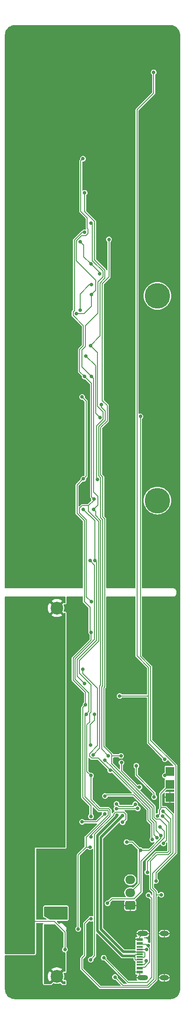
<source format=gbr>
%TF.GenerationSoftware,KiCad,Pcbnew,8.0.7*%
%TF.CreationDate,2024-12-30T17:39:46+01:00*%
%TF.ProjectId,termometer2,7465726d-6f6d-4657-9465-72322e6b6963,rev?*%
%TF.SameCoordinates,Original*%
%TF.FileFunction,Copper,L2,Bot*%
%TF.FilePolarity,Positive*%
%FSLAX46Y46*%
G04 Gerber Fmt 4.6, Leading zero omitted, Abs format (unit mm)*
G04 Created by KiCad (PCBNEW 8.0.7) date 2024-12-30 17:39:46*
%MOMM*%
%LPD*%
G01*
G04 APERTURE LIST*
G04 Aperture macros list*
%AMRoundRect*
0 Rectangle with rounded corners*
0 $1 Rounding radius*
0 $2 $3 $4 $5 $6 $7 $8 $9 X,Y pos of 4 corners*
0 Add a 4 corners polygon primitive as box body*
4,1,4,$2,$3,$4,$5,$6,$7,$8,$9,$2,$3,0*
0 Add four circle primitives for the rounded corners*
1,1,$1+$1,$2,$3*
1,1,$1+$1,$4,$5*
1,1,$1+$1,$6,$7*
1,1,$1+$1,$8,$9*
0 Add four rect primitives between the rounded corners*
20,1,$1+$1,$2,$3,$4,$5,0*
20,1,$1+$1,$4,$5,$6,$7,0*
20,1,$1+$1,$6,$7,$8,$9,0*
20,1,$1+$1,$8,$9,$2,$3,0*%
%AMFreePoly0*
4,1,19,0.500000,-0.750000,0.000000,-0.750000,0.000000,-0.744911,-0.071157,-0.744911,-0.207708,-0.704816,-0.327430,-0.627875,-0.420627,-0.520320,-0.479746,-0.390866,-0.500000,-0.250000,-0.500000,0.250000,-0.479746,0.390866,-0.420627,0.520320,-0.327430,0.627875,-0.207708,0.704816,-0.071157,0.744911,0.000000,0.744911,0.000000,0.750000,0.500000,0.750000,0.500000,-0.750000,0.500000,-0.750000,
$1*%
%AMFreePoly1*
4,1,19,0.000000,0.744911,0.071157,0.744911,0.207708,0.704816,0.327430,0.627875,0.420627,0.520320,0.479746,0.390866,0.500000,0.250000,0.500000,-0.250000,0.479746,-0.390866,0.420627,-0.520320,0.327430,-0.627875,0.207708,-0.704816,0.071157,-0.744911,0.000000,-0.744911,0.000000,-0.750000,-0.500000,-0.750000,-0.500000,0.750000,0.000000,0.750000,0.000000,0.744911,0.000000,0.744911,
$1*%
G04 Aperture macros list end*
%TA.AperFunction,WasherPad*%
%ADD10C,5.000000*%
%TD*%
%TA.AperFunction,ComponentPad*%
%ADD11RoundRect,0.250000X0.725000X-0.600000X0.725000X0.600000X-0.725000X0.600000X-0.725000X-0.600000X0*%
%TD*%
%TA.AperFunction,ComponentPad*%
%ADD12O,1.950000X1.700000*%
%TD*%
%TA.AperFunction,SMDPad,CuDef*%
%ADD13R,1.700000X1.700000*%
%TD*%
%TA.AperFunction,ComponentPad*%
%ADD14C,2.500000*%
%TD*%
%TA.AperFunction,SMDPad,CuDef*%
%ADD15FreePoly0,180.000000*%
%TD*%
%TA.AperFunction,SMDPad,CuDef*%
%ADD16FreePoly1,180.000000*%
%TD*%
%TA.AperFunction,SMDPad,CuDef*%
%ADD17R,1.240000X0.600000*%
%TD*%
%TA.AperFunction,SMDPad,CuDef*%
%ADD18R,1.240000X0.300000*%
%TD*%
%TA.AperFunction,ComponentPad*%
%ADD19O,1.800000X1.000000*%
%TD*%
%TA.AperFunction,ComponentPad*%
%ADD20O,2.100000X1.000000*%
%TD*%
%TA.AperFunction,ViaPad*%
%ADD21C,0.700000*%
%TD*%
%TA.AperFunction,Conductor*%
%ADD22C,0.200000*%
%TD*%
%TA.AperFunction,Conductor*%
%ADD23C,0.500000*%
%TD*%
G04 APERTURE END LIST*
D10*
%TO.P,REF\u002A\u002A,*%
%TO.N,*%
X114550000Y-133750000D03*
%TD*%
%TO.P,REF\u002A\u002A,*%
%TO.N,*%
X114550000Y-93750000D03*
%TD*%
D11*
%TO.P,J3,1,Pin_1*%
%TO.N,GND*%
X109225000Y-212900000D03*
D12*
%TO.P,J3,2,Pin_2*%
%TO.N,+3.3V*%
X109225000Y-210400000D03*
%TO.P,J3,3,Pin_3*%
%TO.N,IO8*%
X109225000Y-207900000D03*
%TD*%
D13*
%TO.P,J2,1,Pin_1*%
%TO.N,EN*%
X117000000Y-186670000D03*
%TO.P,J2,2,Pin_2*%
%TO.N,IO9*%
X117000000Y-189210000D03*
%TO.P,J2,3,Pin_3*%
%TO.N,GND*%
X117000000Y-191750000D03*
%TD*%
D14*
%TO.P,BT1,1,+*%
%TO.N,VBAT*%
X94800000Y-154750000D03*
%TO.P,BT1,2,-*%
%TO.N,/BAT-*%
X94800000Y-226750000D03*
%TD*%
D15*
%TO.P,JP1,1,A*%
%TO.N,/BAT-*%
X92800000Y-220000000D03*
D16*
%TO.P,JP1,2,B*%
%TO.N,GND*%
X91500000Y-220000000D03*
%TD*%
D17*
%TO.P,J1,A1,GND*%
%TO.N,GND*%
X111070190Y-219525190D03*
%TO.P,J1,A4,VBUS*%
%TO.N,+5V*%
X111070190Y-220325190D03*
D18*
%TO.P,J1,A5,CC1*%
%TO.N,/CC1*%
X111070190Y-221475190D03*
%TO.P,J1,A6,D+*%
%TO.N,D+*%
X111070190Y-222475190D03*
%TO.P,J1,A7,D-*%
%TO.N,D-*%
X111070190Y-222975190D03*
%TO.P,J1,A8,SBU1*%
%TO.N,unconnected-(J1-SBU1-PadA8)*%
X111070190Y-223975190D03*
D17*
%TO.P,J1,A9,VBUS*%
%TO.N,+5V*%
X111070190Y-225125190D03*
%TO.P,J1,A12,GND*%
%TO.N,GND*%
X111070190Y-225925190D03*
%TO.P,J1,B1,GND*%
X111070190Y-225925190D03*
%TO.P,J1,B4,VBUS*%
%TO.N,+5V*%
X111070190Y-225125190D03*
D18*
%TO.P,J1,B5,CC2*%
%TO.N,/CC2*%
X111070190Y-224475190D03*
%TO.P,J1,B6,D+*%
%TO.N,D+*%
X111070190Y-223475190D03*
%TO.P,J1,B7,D-*%
%TO.N,D-*%
X111070190Y-221975190D03*
%TO.P,J1,B8,SBU2*%
%TO.N,unconnected-(J1-SBU2-PadB8)*%
X111070190Y-220975190D03*
D17*
%TO.P,J1,B9,VBUS*%
%TO.N,+5V*%
X111070190Y-220325190D03*
%TO.P,J1,B12,GND*%
%TO.N,GND*%
X111070190Y-219525190D03*
D19*
%TO.P,J1,S1,SHIELD*%
X115870190Y-218405190D03*
D20*
X111670190Y-218405190D03*
D19*
X115870190Y-227045190D03*
D20*
X111670190Y-227045190D03*
%TD*%
D21*
%TO.N,GND*%
X98000000Y-219500000D03*
X112300000Y-197500000D03*
X102151541Y-191500407D03*
X104900000Y-227900000D03*
X112300000Y-184500000D03*
X108800000Y-169700000D03*
X111100000Y-196200000D03*
X92000000Y-212500000D03*
X109800000Y-197500000D03*
X104250000Y-193125000D03*
X104350000Y-216000000D03*
X93800000Y-212500000D03*
X114550000Y-192400000D03*
X116905380Y-193300000D03*
X108250000Y-53000000D03*
X91500000Y-220000000D03*
X107000000Y-213100000D03*
X113500000Y-187500000D03*
X112225000Y-113512500D03*
X92900000Y-212500000D03*
X108700000Y-217662500D03*
X111050000Y-198750000D03*
X109400000Y-204250000D03*
X107680762Y-192900001D03*
X103000000Y-225500000D03*
%TO.N,EN*%
X116000000Y-187500000D03*
%TO.N,+3.3V*%
X113898449Y-191697150D03*
X111200380Y-202099620D03*
X108500000Y-200509620D03*
X115250000Y-199250000D03*
X104250000Y-184500000D03*
X110400000Y-185600000D03*
%TO.N,+5V*%
X93700000Y-214300000D03*
X112795190Y-220703428D03*
X92800000Y-214300000D03*
%TO.N,/l-blue*%
X101608945Y-91553491D03*
X99350000Y-96500000D03*
%TO.N,/green*%
X102270000Y-145500000D03*
X103172756Y-89462647D03*
X100000000Y-135500000D03*
X99411021Y-83185568D03*
X100250000Y-169500000D03*
X101492080Y-87511319D03*
%TO.N,/beige*%
X99928450Y-66928450D03*
X101535999Y-159506484D03*
X101500000Y-195500000D03*
X98650000Y-97250000D03*
X101585700Y-93500000D03*
X100000000Y-129500000D03*
X99750000Y-113500000D03*
X100426900Y-173650000D03*
%TO.N,/red*%
X101300000Y-145500000D03*
X101300000Y-201500000D03*
X100555454Y-175505854D03*
X99000000Y-217500000D03*
X103250000Y-117500000D03*
X100500000Y-105500000D03*
%TO.N,/orange*%
X101400000Y-181500000D03*
X100250000Y-73577600D03*
X101383661Y-103437361D03*
X102153114Y-175499999D03*
X102748658Y-129656946D03*
%TO.N,/l-green*%
X100250000Y-109525343D03*
X102050000Y-133450000D03*
X101500000Y-187500000D03*
X101550000Y-153500000D03*
X101541207Y-199514414D03*
X100209120Y-81316541D03*
%TO.N,/cyan*%
X101903409Y-183470074D03*
X101566300Y-109453700D03*
X101500000Y-79500000D03*
X102000000Y-135500000D03*
%TO.N,D-*%
X107684461Y-195350001D03*
%TO.N,D+*%
X106611165Y-195291925D03*
%TO.N,IO21*%
X111000000Y-189750000D03*
X103550000Y-114963900D03*
X104900000Y-183637500D03*
X107495115Y-184950000D03*
%TO.N,IO20*%
X107704409Y-196650000D03*
X101432242Y-223496757D03*
%TO.N,IO9*%
X114550000Y-195400000D03*
X101500000Y-215500000D03*
X115300000Y-210800000D03*
%TO.N,IO2*%
X113800000Y-50062500D03*
X115990380Y-184309620D03*
X107100000Y-171960000D03*
%TO.N,IO4*%
X113537500Y-200011959D03*
X104250000Y-191500000D03*
%TO.N,IO5*%
X99850000Y-166700000D03*
X114440537Y-199643412D03*
X105272917Y-186477082D03*
%TO.N,IO6*%
X104750000Y-212462500D03*
X115049999Y-197550001D03*
%TO.N,IO7*%
X99750000Y-196542578D03*
X104171572Y-194999999D03*
%TO.N,IO8*%
X111200000Y-117300000D03*
X112550000Y-206400000D03*
X115546247Y-195446247D03*
X114250000Y-208100000D03*
%TO.N,IO10*%
X115605380Y-194500090D03*
X106200000Y-226900000D03*
%TO.N,IO0*%
X104000000Y-223100000D03*
X112800000Y-210900000D03*
%TO.N,/CC2*%
X112351008Y-223730818D03*
%TO.N,/CC1*%
X112385570Y-221504810D03*
%TO.N,VBAT*%
X96400000Y-221500000D03*
X90000000Y-213500000D03*
X90000000Y-214400000D03*
%TO.N,/BAT-*%
X93000000Y-217850000D03*
%TO.N,IO3*%
X105037500Y-82712500D03*
X115715288Y-200772825D03*
X107400000Y-183650000D03*
%TO.N,SPIWP*%
X106507859Y-193056000D03*
X110185716Y-193125000D03*
%TO.N,SPICS*%
X106496050Y-193963431D03*
X110668404Y-193931593D03*
%TD*%
D22*
%TO.N,GND*%
X111070190Y-226465190D02*
X111670190Y-227065190D01*
X111070190Y-219025190D02*
X111670190Y-218425190D01*
X111070190Y-225945190D02*
X111070190Y-226465190D01*
X111070190Y-219545190D02*
X111070190Y-219025190D01*
%TO.N,EN*%
X116170000Y-187500000D02*
X117000000Y-186670000D01*
X116000000Y-187500000D02*
X116170000Y-187500000D01*
%TO.N,+3.3V*%
X113898449Y-190898449D02*
X113898449Y-191697150D01*
X111200380Y-202099620D02*
X109610380Y-200509620D01*
X109610380Y-200509620D02*
X108500000Y-200509620D01*
X113500000Y-195834925D02*
X113500000Y-193784925D01*
X110400000Y-187400000D02*
X113898449Y-190898449D01*
X111200760Y-202100000D02*
X111200380Y-202099620D01*
X115250000Y-199250000D02*
X115250000Y-199753188D01*
X111200380Y-202099620D02*
X110950000Y-202350000D01*
X105800000Y-186084925D02*
X105800000Y-186050000D01*
X110950000Y-202350000D02*
X110950000Y-208675000D01*
X110400000Y-185600000D02*
X110400000Y-187400000D01*
X110950000Y-208675000D02*
X109225000Y-210400000D01*
X114250000Y-196584925D02*
X113500000Y-195834925D01*
X113500000Y-193784925D02*
X105800000Y-186084925D01*
X115250000Y-199250000D02*
X114250000Y-198250000D01*
X114250000Y-198250000D02*
X114250000Y-196584925D01*
X105800000Y-186050000D02*
X104250000Y-184500000D01*
X115250000Y-199753188D02*
X112903188Y-202100000D01*
X112903188Y-202100000D02*
X111200760Y-202100000D01*
%TO.N,+5V*%
X112795190Y-220703428D02*
X112795190Y-220995191D01*
X112503427Y-220703428D02*
X112310189Y-220510190D01*
X113035570Y-221235571D02*
X113035570Y-223965496D01*
X112795190Y-220703428D02*
X112503427Y-220703428D01*
X112055876Y-224945190D02*
X111345190Y-224945190D01*
X111255190Y-220510190D02*
X111070190Y-220325190D01*
X112310189Y-220510190D02*
X111255190Y-220510190D01*
X112795190Y-220995191D02*
X113035570Y-221235571D01*
X113035570Y-223965496D02*
X112055876Y-224945190D01*
%TO.N,/l-blue*%
X99350000Y-93400000D02*
X101196509Y-91553491D01*
X101196509Y-91553491D02*
X101608945Y-91553491D01*
X99350000Y-96500000D02*
X99350000Y-93400000D01*
%TO.N,/green*%
X99411021Y-83185568D02*
X100072000Y-83846547D01*
X100072000Y-83846547D02*
X100072000Y-86091239D01*
X100000000Y-135500000D02*
X101196586Y-136696586D01*
X100072000Y-86091239D02*
X101492080Y-87511319D01*
X98800000Y-168050000D02*
X98800000Y-164884314D01*
X102600000Y-161084314D02*
X102600000Y-145830000D01*
X102250000Y-137661186D02*
X102250000Y-145480000D01*
X102600000Y-145830000D02*
X102270000Y-145500000D01*
X103172756Y-89191995D02*
X101492080Y-87511319D01*
X98800000Y-164884314D02*
X102600000Y-161084314D01*
X101196586Y-136696586D02*
X101285400Y-136696586D01*
X100250000Y-169500000D02*
X98800000Y-168050000D01*
X102250000Y-145480000D02*
X102270000Y-145500000D01*
X103172756Y-89462647D02*
X103172756Y-89191995D01*
X101285400Y-136696586D02*
X102250000Y-137661186D01*
%TO.N,/beige*%
X99500000Y-77250000D02*
X100750000Y-78500000D01*
X101500000Y-195500000D02*
X101500000Y-193365686D01*
X98000000Y-164551471D02*
X98000000Y-168815686D01*
X99928450Y-66928450D02*
X99500000Y-67356900D01*
X99882600Y-174194300D02*
X100426900Y-173650000D01*
X98750000Y-130750000D02*
X98750000Y-136250000D01*
X101535999Y-161015472D02*
X98000000Y-164551471D01*
X100200000Y-153500000D02*
X101316528Y-154616528D01*
X100200000Y-137700000D02*
X100200000Y-153500000D01*
X99500000Y-67356900D02*
X99500000Y-77250000D01*
X101316528Y-159287013D02*
X101535999Y-159506484D01*
X100118628Y-97250000D02*
X101585700Y-95782928D01*
X99882600Y-191748286D02*
X99882600Y-174194300D01*
X101535999Y-159506484D02*
X101535999Y-161015472D01*
X100000000Y-129500000D02*
X100550000Y-128950000D01*
X101316528Y-154616528D02*
X101316528Y-159287013D01*
X98650000Y-83027350D02*
X98650000Y-86900000D01*
X99677350Y-82000000D02*
X98650000Y-83027350D01*
X98000000Y-168815686D02*
X100426900Y-171242586D01*
X102450000Y-92635700D02*
X101585700Y-93500000D01*
X101500000Y-193365686D02*
X99882600Y-191748286D01*
X100750000Y-80500000D02*
X100900000Y-80650000D01*
X100469239Y-82000000D02*
X99677350Y-82000000D01*
X100750000Y-78500000D02*
X100750000Y-80500000D01*
X100000000Y-129500000D02*
X98750000Y-130750000D01*
X100900000Y-81569239D02*
X100469239Y-82000000D01*
X98750000Y-136250000D02*
X100200000Y-137700000D01*
X100550000Y-114300000D02*
X99750000Y-113500000D01*
X98650000Y-86900000D02*
X102450000Y-90700000D01*
X100426900Y-171242586D02*
X100426900Y-173650000D01*
X98650000Y-97250000D02*
X100118628Y-97250000D01*
X100550000Y-128950000D02*
X100550000Y-114300000D01*
X100900000Y-80650000D02*
X100900000Y-81569239D01*
X102450000Y-90700000D02*
X102450000Y-92635700D01*
X101585700Y-95782928D02*
X101585700Y-93500000D01*
%TO.N,/red*%
X100555454Y-175505854D02*
X100284300Y-175777008D01*
X100555454Y-175505854D02*
X101100000Y-174961308D01*
X104850000Y-194415686D02*
X104850000Y-195240810D01*
X101100000Y-171350000D02*
X98400000Y-168650000D01*
X100550000Y-201500000D02*
X99000000Y-203050000D01*
X100282600Y-191582600D02*
X103050000Y-194350000D01*
X98400000Y-164718628D02*
X102200000Y-160918628D01*
X100284300Y-175777008D02*
X100284300Y-186215700D01*
X100500000Y-105500000D02*
X102400100Y-107400100D01*
X100282600Y-186217400D02*
X100282600Y-191582600D01*
X102200000Y-160918628D02*
X102200000Y-146400000D01*
X101100000Y-174961308D02*
X101100000Y-171350000D01*
X99000000Y-203050000D02*
X99000000Y-217500000D01*
X101300000Y-201500000D02*
X100550000Y-201500000D01*
X98400000Y-168650000D02*
X98400000Y-164718628D01*
X102400100Y-107400100D02*
X102400100Y-116650100D01*
X102200000Y-146400000D02*
X101300000Y-145500000D01*
X100284300Y-186215700D02*
X100282600Y-186217400D01*
X102400100Y-116650100D02*
X103250000Y-117500000D01*
X104850000Y-195240810D02*
X100550000Y-199540810D01*
X100550000Y-199540810D02*
X100550000Y-201500000D01*
X104784314Y-194350000D02*
X104850000Y-194415686D01*
X103050000Y-194350000D02*
X104784314Y-194350000D01*
%TO.N,/orange*%
X102173400Y-79173400D02*
X102173400Y-86673400D01*
X101300000Y-181400000D02*
X101400000Y-181500000D01*
X102153114Y-176699172D02*
X101300000Y-177552286D01*
X102748658Y-129656946D02*
X102600100Y-129508388D01*
X102800100Y-115300100D02*
X102800100Y-104853800D01*
X104250000Y-90250000D02*
X103250000Y-91250000D01*
X103250000Y-101571022D02*
X101383661Y-103437361D01*
X104250000Y-88750000D02*
X104250000Y-90250000D01*
X102600100Y-119149900D02*
X103900000Y-117850000D01*
X102600100Y-129508388D02*
X102600100Y-119149900D01*
X102173400Y-86673400D02*
X104250000Y-88750000D01*
X100250000Y-73577600D02*
X100250000Y-77250000D01*
X103250000Y-91250000D02*
X103250000Y-101571022D01*
X103900000Y-117850000D02*
X103900000Y-116400000D01*
X100250000Y-77250000D02*
X102173400Y-79173400D01*
X101300000Y-177552286D02*
X101300000Y-181400000D01*
X102800100Y-104853800D02*
X101383661Y-103437361D01*
X103900000Y-116400000D02*
X102800100Y-115300100D01*
X102153114Y-175499999D02*
X102153114Y-176699172D01*
%TO.N,/l-green*%
X101500000Y-187500000D02*
X100684300Y-186684300D01*
X99250000Y-136184314D02*
X99250000Y-135250000D01*
X99250000Y-104250000D02*
X99250000Y-108525343D01*
X101500000Y-169750000D02*
X99200000Y-167450000D01*
X101250000Y-177036600D02*
X101250000Y-175376994D01*
X101500000Y-192234314D02*
X101500000Y-187500000D01*
X104950000Y-193950000D02*
X103215686Y-193950000D01*
X99200000Y-165050000D02*
X103000000Y-161250000D01*
X101600100Y-110875443D02*
X100250000Y-109525343D01*
X101541207Y-199514414D02*
X101541207Y-199115289D01*
X102050000Y-133450000D02*
X101600100Y-133000100D01*
X101541207Y-199115289D02*
X105250000Y-195406496D01*
X99783459Y-81316541D02*
X98250000Y-82850000D01*
X100600000Y-137534314D02*
X99250000Y-136184314D01*
X105250000Y-195406496D02*
X105250000Y-194250000D01*
X101250000Y-175376994D02*
X101500000Y-175126994D01*
X99998200Y-103501800D02*
X99250000Y-104250000D01*
X100209120Y-81316541D02*
X99783459Y-81316541D01*
X101500000Y-175126994D02*
X101500000Y-169750000D01*
X103000000Y-161250000D02*
X103000000Y-137845500D01*
X102050000Y-133450000D02*
X102050000Y-133720000D01*
X101550000Y-153500000D02*
X100600000Y-152550000D01*
X103000000Y-137845500D02*
X101000000Y-135845500D01*
X99250000Y-135250000D02*
X99739400Y-134760600D01*
X99200000Y-167450000D02*
X99200000Y-165050000D01*
X98250000Y-96650000D02*
X98000000Y-96900000D01*
X101000000Y-134770000D02*
X101009400Y-134760600D01*
X100684300Y-177602300D02*
X101250000Y-177036600D01*
X99998200Y-99548200D02*
X99998200Y-103501800D01*
X99739400Y-134760600D02*
X101009400Y-134760600D01*
X101000000Y-135845500D02*
X101000000Y-134770000D01*
X102050000Y-133720000D02*
X101009400Y-134760600D01*
X101600100Y-133000100D02*
X101600100Y-110875443D01*
X100684300Y-186684300D02*
X100684300Y-177602300D01*
X98250000Y-82850000D02*
X98250000Y-96650000D01*
X105250000Y-194250000D02*
X104950000Y-193950000D01*
X98000000Y-96900000D02*
X98000000Y-97550000D01*
X98000000Y-97550000D02*
X99998200Y-99548200D01*
X99250000Y-108525343D02*
X100250000Y-109525343D01*
X103215686Y-193950000D02*
X101500000Y-192234314D01*
X100600000Y-152550000D02*
X100600000Y-137534314D01*
%TO.N,/cyan*%
X101773400Y-86873400D02*
X101773400Y-79773400D01*
X103203114Y-170001944D02*
X103203114Y-182170369D01*
X103400000Y-169805058D02*
X103203114Y-170001944D01*
X102835000Y-132958100D02*
X102000100Y-132123200D01*
X102850000Y-90992157D02*
X103850000Y-89992157D01*
X101773400Y-79773400D02*
X101500000Y-79500000D01*
X101566300Y-109453700D02*
X99750000Y-107637400D01*
X102000100Y-132123200D02*
X102000100Y-109887500D01*
X103400000Y-137679814D02*
X103400000Y-169805058D01*
X100398200Y-99551800D02*
X102850000Y-97100000D01*
X102000000Y-135500000D02*
X102835000Y-134665000D01*
X103850000Y-89992157D02*
X103850000Y-88950000D01*
X102000000Y-135500000D02*
X102400000Y-135900000D01*
X102850000Y-97100000D02*
X102850000Y-90992157D01*
X102400000Y-135900000D02*
X102400000Y-136679814D01*
X103850000Y-88950000D02*
X101773400Y-86873400D01*
X102835000Y-134665000D02*
X102835000Y-132958100D01*
X102400000Y-136679814D02*
X103400000Y-137679814D01*
X102000100Y-109887500D02*
X101566300Y-109453700D01*
X99750000Y-104315686D02*
X100398200Y-103667486D01*
X99750000Y-107637400D02*
X99750000Y-104315686D01*
X100398200Y-103667486D02*
X100398200Y-99551800D01*
X103203114Y-182170369D02*
X101903409Y-183470074D01*
D23*
%TO.N,D-*%
X107684461Y-195350001D02*
X103450000Y-199584462D01*
D22*
X111940190Y-221995190D02*
X110045190Y-221995190D01*
D23*
X107845190Y-221945190D02*
X110045190Y-221945190D01*
D22*
X112045190Y-222100190D02*
X111940190Y-221995190D01*
X112045190Y-222870190D02*
X112045190Y-222100190D01*
D23*
X103450000Y-199584462D02*
X103450000Y-217550000D01*
X103450000Y-217550000D02*
X107845190Y-221945190D01*
D22*
X111920190Y-222995190D02*
X112045190Y-222870190D01*
X111070190Y-222995190D02*
X111920190Y-222995190D01*
%TO.N,D+*%
X110200190Y-223495190D02*
X111070190Y-223495190D01*
D23*
X102750000Y-217850000D02*
X107650000Y-222750000D01*
D22*
X111070190Y-222495190D02*
X110200190Y-222495190D01*
D23*
X102750000Y-199250000D02*
X102750000Y-217850000D01*
X107650000Y-222750000D02*
X110000190Y-222750000D01*
D22*
X110200190Y-222495190D02*
X110150190Y-222545190D01*
D23*
X106611165Y-195291925D02*
X106611165Y-195388835D01*
X106611165Y-195388835D02*
X102750000Y-199250000D01*
D22*
X110150190Y-222545190D02*
X110150190Y-222995190D01*
X110150190Y-223445190D02*
X110200190Y-223495190D01*
X110150190Y-222995190D02*
X110150190Y-223445190D01*
%TO.N,IO21*%
X103550000Y-115484314D02*
X103550000Y-114963900D01*
X103800000Y-169970744D02*
X103800000Y-137514128D01*
X107495115Y-184950000D02*
X107495115Y-186598668D01*
X110646447Y-189750000D02*
X111000000Y-189750000D01*
X103400000Y-129275685D02*
X103000100Y-128875785D01*
X103000100Y-128875785D02*
X103000100Y-119315586D01*
X104300000Y-116234314D02*
X103550000Y-115484314D01*
X104300000Y-118015686D02*
X104300000Y-116234314D01*
X104900000Y-183637500D02*
X103603114Y-182340614D01*
X103603114Y-170167629D02*
X103800000Y-169970744D01*
X107495115Y-186598668D02*
X110646447Y-189750000D01*
X103400000Y-137114128D02*
X103400000Y-129275685D01*
X103800000Y-137514128D02*
X103400000Y-137114128D01*
X103000100Y-119315586D02*
X104300000Y-118015686D01*
X103603114Y-182340614D02*
X103603114Y-170167629D01*
%TO.N,IO20*%
X102200000Y-199022182D02*
X105961165Y-195261017D01*
X105961165Y-195022686D02*
X106341926Y-194641925D01*
X102200000Y-222728999D02*
X102200000Y-199022182D01*
X106341926Y-194641925D02*
X107895624Y-194641925D01*
X108334461Y-195080762D02*
X108334461Y-196019948D01*
X107895624Y-194641925D02*
X108334461Y-195080762D01*
X105961165Y-195261017D02*
X105961165Y-195022686D01*
X108334461Y-196019948D02*
X107704409Y-196650000D01*
X101432242Y-223496757D02*
X102200000Y-222728999D01*
%TO.N,IO9*%
X114300000Y-210158363D02*
X113600000Y-209458363D01*
X99700000Y-223200000D02*
X99700000Y-225319239D01*
X114955380Y-194994620D02*
X114955380Y-194230851D01*
X114300000Y-210800000D02*
X115300000Y-210800000D01*
X113600000Y-206600000D02*
X117600000Y-202600000D01*
X100250000Y-222650000D02*
X99700000Y-223200000D01*
X100250000Y-216400000D02*
X100250000Y-222650000D01*
X113600000Y-209458363D02*
X113600000Y-206600000D01*
X114550000Y-195400000D02*
X114955380Y-194994620D01*
X114250000Y-210750000D02*
X114300000Y-210700000D01*
X115200000Y-193986231D02*
X115200000Y-191010000D01*
X114250000Y-227431372D02*
X114250000Y-210750000D01*
X117600000Y-202600000D02*
X117600000Y-195200000D01*
X99700000Y-225319239D02*
X103280761Y-228900000D01*
X112781372Y-228900000D02*
X114250000Y-227431372D01*
X117000000Y-189210000D02*
X117040000Y-189210000D01*
X115200000Y-191010000D02*
X117000000Y-189210000D01*
X103280761Y-228900000D02*
X112781372Y-228900000D01*
X114955380Y-194230851D02*
X115200000Y-193986231D01*
X114300000Y-210700000D02*
X114300000Y-210158363D01*
X101500000Y-215500000D02*
X101150000Y-215500000D01*
X116150000Y-193750000D02*
X115200000Y-193750000D01*
X117600000Y-195200000D02*
X116150000Y-193750000D01*
X101150000Y-215500000D02*
X100250000Y-216400000D01*
%TO.N,IO2*%
X110550000Y-164115686D02*
X110550000Y-57350000D01*
X113800000Y-54100000D02*
X113800000Y-50062500D01*
X107100000Y-171960000D02*
X112790000Y-171960000D01*
X115990380Y-184309620D02*
X112800000Y-181119240D01*
X112800000Y-166365686D02*
X110550000Y-164115686D01*
X112800000Y-181119240D02*
X112800000Y-166365686D01*
X110550000Y-57350000D02*
X113800000Y-54100000D01*
X112790000Y-171960000D02*
X112800000Y-171950000D01*
%TO.N,IO4*%
X113450000Y-196916297D02*
X112700000Y-196166297D01*
X113450000Y-199924459D02*
X113450000Y-196916297D01*
X112700000Y-194116297D02*
X109883703Y-191300000D01*
X112700000Y-196166297D02*
X112700000Y-194116297D01*
X109883703Y-191300000D02*
X104450000Y-191300000D01*
X104450000Y-191300000D02*
X104250000Y-191500000D01*
X113537500Y-200011959D02*
X113450000Y-199924459D01*
%TO.N,IO5*%
X105626471Y-186477082D02*
X105272917Y-186477082D01*
X113100000Y-196000611D02*
X113100000Y-193950611D01*
X101250000Y-183204244D02*
X101250000Y-183735904D01*
X101250000Y-183735904D02*
X101634170Y-184120074D01*
X101634170Y-184120074D02*
X102920074Y-184120074D01*
X102803114Y-170487428D02*
X102803114Y-181651130D01*
X114440537Y-199643412D02*
X113850000Y-199052875D01*
X105272917Y-186472917D02*
X105272917Y-186477082D01*
X113100000Y-193950611D02*
X105626471Y-186477082D01*
X113850000Y-196750611D02*
X113100000Y-196000611D01*
X102920074Y-184120074D02*
X105272917Y-186472917D01*
X99850000Y-167534314D02*
X102803114Y-170487428D01*
X99850000Y-166700000D02*
X99850000Y-167534314D01*
X102803114Y-181651130D02*
X101250000Y-183204244D01*
X113850000Y-199052875D02*
X113850000Y-196750611D01*
%TO.N,IO6*%
X111350000Y-210250000D02*
X111350000Y-204218874D01*
X115900000Y-199668874D02*
X115900000Y-198400002D01*
X111350000Y-204218874D02*
X115900000Y-199668874D01*
X105612500Y-211600000D02*
X110000000Y-211600000D01*
X110000000Y-211600000D02*
X111350000Y-210250000D01*
X104750000Y-212462500D02*
X105612500Y-211600000D01*
X115900000Y-198400002D02*
X115049999Y-197550001D01*
%TO.N,IO7*%
X104171572Y-194999999D02*
X102621571Y-196550000D01*
X99757422Y-196550000D02*
X99750000Y-196542578D01*
X102621571Y-196550000D02*
X99757422Y-196550000D01*
%TO.N,IO8*%
X114250000Y-206515686D02*
X118150000Y-202615686D01*
X116800000Y-202250000D02*
X116800000Y-196700000D01*
X114250000Y-208100000D02*
X114250000Y-206515686D01*
X113200000Y-166200000D02*
X111200000Y-164200000D01*
X111200000Y-164200000D02*
X111200000Y-117300000D01*
X112550000Y-204273593D02*
X114273594Y-202549999D01*
X112550000Y-206400000D02*
X112550000Y-204273593D01*
X114273594Y-202549999D02*
X116500001Y-202549999D01*
X116800000Y-196700000D02*
X115546247Y-195446247D01*
X113200000Y-180600000D02*
X113200000Y-166200000D01*
X116500001Y-202549999D02*
X116800000Y-202250000D01*
X118150000Y-202615686D02*
X118150000Y-185550000D01*
X118150000Y-185550000D02*
X113200000Y-180600000D01*
%TO.N,IO10*%
X113200000Y-209624049D02*
X113200000Y-204189279D01*
X107800000Y-228500000D02*
X112615686Y-228500000D01*
X112615686Y-228500000D02*
X113845190Y-227270496D01*
X113200000Y-204189279D02*
X114439280Y-202949999D01*
X116665687Y-202949999D02*
X117200000Y-202415686D01*
X113845190Y-227270496D02*
X113845190Y-210269239D01*
X115674709Y-194500090D02*
X115605380Y-194500090D01*
X106200000Y-226900000D02*
X107800000Y-228500000D01*
X117200000Y-196025381D02*
X115674709Y-194500090D01*
X114439280Y-202949999D02*
X116665687Y-202949999D01*
X113845190Y-210269239D02*
X113200000Y-209624049D01*
X117200000Y-202415686D02*
X117200000Y-196025381D01*
%TO.N,IO0*%
X112496751Y-227900000D02*
X108800000Y-227900000D01*
X112800000Y-210900000D02*
X113445190Y-211545190D01*
X113445190Y-211545190D02*
X113445190Y-226951561D01*
X108800000Y-227900000D02*
X104000000Y-223100000D01*
X113445190Y-226951561D02*
X112496751Y-227900000D01*
%TO.N,/CC2*%
X111940190Y-224495190D02*
X111070190Y-224495190D01*
X112351008Y-224084372D02*
X111940190Y-224495190D01*
X112351008Y-223730818D02*
X112351008Y-224084372D01*
%TO.N,/CC1*%
X112375950Y-221495190D02*
X111070190Y-221495190D01*
X112385570Y-221504810D02*
X112375950Y-221495190D01*
%TO.N,VBAT*%
X96400000Y-218100000D02*
X94300000Y-216000000D01*
X94800000Y-154750000D02*
X94900000Y-154850000D01*
X96400000Y-221500000D02*
X96400000Y-218100000D01*
X94300000Y-216000000D02*
X90300000Y-216000000D01*
%TO.N,IO3*%
X116300000Y-197300001D02*
X115049999Y-196050000D01*
X113900000Y-195669239D02*
X113900000Y-193569239D01*
X103700000Y-114194661D02*
X103700000Y-91365686D01*
X104003114Y-181803114D02*
X104003114Y-170333315D01*
X105550000Y-183650000D02*
X107400000Y-183650000D01*
X104200000Y-170136429D02*
X104200000Y-137348442D01*
X103800000Y-129109999D02*
X103400100Y-128710099D01*
X115715288Y-200772825D02*
X116300000Y-200188113D01*
X105550000Y-185219239D02*
X105550000Y-183350000D01*
X103400100Y-128710099D02*
X103400100Y-119481272D01*
X105550000Y-183350000D02*
X104003114Y-181803114D01*
X104003114Y-170333315D02*
X104200000Y-170136429D01*
X116300000Y-200188113D02*
X116300000Y-197300001D01*
X103800000Y-136948442D02*
X103800000Y-129109999D01*
X103700000Y-91365686D02*
X105037500Y-90028186D01*
X104700000Y-115194661D02*
X103700000Y-114194661D01*
X104200000Y-137348442D02*
X103800000Y-136948442D01*
X114280761Y-196050000D02*
X113900000Y-195669239D01*
X115049999Y-196050000D02*
X114280761Y-196050000D01*
X104700000Y-118181372D02*
X104700000Y-115194661D01*
X103400100Y-119481272D02*
X104700000Y-118181372D01*
X105037500Y-90028186D02*
X105037500Y-82712500D01*
X113900000Y-193569239D02*
X105550000Y-185219239D01*
%TO.N,SPIWP*%
X109760716Y-193550000D02*
X110185716Y-193125000D01*
X107001859Y-193550000D02*
X109760716Y-193550000D01*
X106507859Y-193056000D02*
X107001859Y-193550000D01*
%TO.N,SPICS*%
X106496050Y-193963431D02*
X106509481Y-193950000D01*
X106509481Y-193950000D02*
X110649997Y-193950000D01*
X110649997Y-193950000D02*
X110668404Y-193931593D01*
%TD*%
%TA.AperFunction,Conductor*%
%TO.N,GND*%
G36*
X117053234Y-40800711D02*
G01*
X117297989Y-40816753D01*
X117310817Y-40818442D01*
X117548217Y-40865664D01*
X117560706Y-40869011D01*
X117789901Y-40946812D01*
X117801857Y-40951765D01*
X118018933Y-41058815D01*
X118030148Y-41065290D01*
X118231386Y-41199754D01*
X118241652Y-41207630D01*
X118423636Y-41367225D01*
X118432774Y-41376363D01*
X118592367Y-41558345D01*
X118600245Y-41568613D01*
X118734709Y-41769851D01*
X118741184Y-41781066D01*
X118848234Y-41998142D01*
X118853190Y-42010107D01*
X118930985Y-42239284D01*
X118934337Y-42251792D01*
X118981556Y-42489177D01*
X118983246Y-42502016D01*
X118999288Y-42746765D01*
X118999500Y-42753240D01*
X118999500Y-229246759D01*
X118999288Y-229253234D01*
X118983246Y-229497983D01*
X118981556Y-229510822D01*
X118934337Y-229748207D01*
X118930985Y-229760715D01*
X118853190Y-229989892D01*
X118848234Y-230001857D01*
X118741184Y-230218933D01*
X118734709Y-230230148D01*
X118600245Y-230431386D01*
X118592363Y-230441659D01*
X118432784Y-230623626D01*
X118423626Y-230632784D01*
X118241659Y-230792363D01*
X118231386Y-230800245D01*
X118030148Y-230934709D01*
X118018933Y-230941184D01*
X117801857Y-231048234D01*
X117789892Y-231053190D01*
X117560715Y-231130985D01*
X117548207Y-231134337D01*
X117310822Y-231181556D01*
X117297983Y-231183246D01*
X117053235Y-231199288D01*
X117046760Y-231199500D01*
X86553240Y-231199500D01*
X86546765Y-231199288D01*
X86302016Y-231183246D01*
X86289177Y-231181556D01*
X86051792Y-231134337D01*
X86039284Y-231130985D01*
X85810107Y-231053190D01*
X85798142Y-231048234D01*
X85581066Y-230941184D01*
X85569851Y-230934709D01*
X85368613Y-230800245D01*
X85358345Y-230792367D01*
X85176363Y-230632774D01*
X85167225Y-230623636D01*
X85007630Y-230441652D01*
X84999754Y-230431386D01*
X84865290Y-230230148D01*
X84858815Y-230218933D01*
X84751765Y-230001857D01*
X84746812Y-229989901D01*
X84669011Y-229760706D01*
X84665664Y-229748217D01*
X84618442Y-229510817D01*
X84616753Y-229497983D01*
X84600712Y-229253234D01*
X84600500Y-229246759D01*
X84600500Y-222701923D01*
X84619407Y-222643732D01*
X84668907Y-222607768D01*
X84713588Y-222603931D01*
X84724500Y-222605500D01*
X84724502Y-222605500D01*
X90375995Y-222605500D01*
X90376000Y-222605500D01*
X90419684Y-222600803D01*
X90471195Y-222589597D01*
X90481373Y-222587110D01*
X90562085Y-222544100D01*
X90614889Y-222498345D01*
X90632843Y-222480754D01*
X90632844Y-222480751D01*
X90632846Y-222480750D01*
X90677488Y-222400941D01*
X90677490Y-222400937D01*
X90697173Y-222333904D01*
X90697175Y-222333898D01*
X90705500Y-222276000D01*
X90705500Y-216399500D01*
X90724407Y-216341309D01*
X90773907Y-216305345D01*
X90804500Y-216300500D01*
X92046883Y-216300500D01*
X92105074Y-216319407D01*
X92141038Y-216368907D01*
X92141038Y-216430093D01*
X92120640Y-216463000D01*
X92121456Y-216463624D01*
X92117153Y-216469249D01*
X92072511Y-216549058D01*
X92072509Y-216549062D01*
X92052826Y-216616095D01*
X92052824Y-216616104D01*
X92044500Y-216674000D01*
X92044500Y-228126000D01*
X92046055Y-228140460D01*
X92049197Y-228169685D01*
X92060404Y-228221199D01*
X92062889Y-228231371D01*
X92062889Y-228231372D01*
X92062890Y-228231373D01*
X92105900Y-228312085D01*
X92151655Y-228364889D01*
X92151667Y-228364901D01*
X92169247Y-228382844D01*
X92169249Y-228382846D01*
X92249058Y-228427488D01*
X92249062Y-228427490D01*
X92290294Y-228439597D01*
X92316102Y-228447175D01*
X92374000Y-228455500D01*
X92374001Y-228455500D01*
X93623776Y-228455500D01*
X93623781Y-228455500D01*
X93676799Y-228448543D01*
X93738615Y-228432036D01*
X93757738Y-228425914D01*
X93834082Y-228375558D01*
X93882384Y-228325073D01*
X93898621Y-228305878D01*
X93899340Y-228304253D01*
X93919873Y-228274295D01*
X94095628Y-228098540D01*
X94150143Y-228070765D01*
X94210575Y-228080336D01*
X94212741Y-228081473D01*
X94215344Y-228082882D01*
X94442703Y-228160934D01*
X94679808Y-228200500D01*
X94920192Y-228200500D01*
X95157297Y-228160934D01*
X95384656Y-228082882D01*
X95387238Y-228081484D01*
X95388279Y-228081292D01*
X95388414Y-228081234D01*
X95388427Y-228081265D01*
X95447410Y-228070410D01*
X95502603Y-228096820D01*
X95504370Y-228098543D01*
X95686516Y-228280689D01*
X95703881Y-228304134D01*
X95708118Y-228312085D01*
X95753873Y-228364889D01*
X95753885Y-228364901D01*
X95771465Y-228382844D01*
X95771467Y-228382846D01*
X95851276Y-228427488D01*
X95851280Y-228427490D01*
X95892512Y-228439597D01*
X95918320Y-228447175D01*
X95976218Y-228455500D01*
X95976219Y-228455500D01*
X96375995Y-228455500D01*
X96376000Y-228455500D01*
X96419684Y-228450803D01*
X96471195Y-228439597D01*
X96481373Y-228437110D01*
X96562085Y-228394100D01*
X96614889Y-228348345D01*
X96632843Y-228330754D01*
X96632844Y-228330751D01*
X96632846Y-228330750D01*
X96677488Y-228250941D01*
X96677490Y-228250937D01*
X96697173Y-228183904D01*
X96697175Y-228183898D01*
X96705500Y-228126000D01*
X96705500Y-227768286D01*
X96702655Y-227734208D01*
X96695835Y-227693651D01*
X96695717Y-227692960D01*
X96663636Y-227615883D01*
X96660574Y-227608525D01*
X96660573Y-227608523D01*
X96620042Y-227551608D01*
X96604240Y-227532066D01*
X96529028Y-227480035D01*
X96529026Y-227480034D01*
X96464172Y-227454070D01*
X96464148Y-227454061D01*
X96440296Y-227446169D01*
X96348893Y-227443061D01*
X96348892Y-227443061D01*
X96331232Y-227446465D01*
X96280272Y-227456287D01*
X96249085Y-227464305D01*
X96248609Y-227462456D01*
X96196951Y-227466598D01*
X96144736Y-227434704D01*
X96121240Y-227378210D01*
X96129261Y-227330534D01*
X96176610Y-227222591D01*
X96235620Y-226989563D01*
X96255471Y-226750000D01*
X96235620Y-226510437D01*
X96176610Y-226277409D01*
X96127222Y-226164817D01*
X96121163Y-226103935D01*
X96152048Y-226051117D01*
X96208080Y-226026539D01*
X96259009Y-226034997D01*
X96272985Y-226041380D01*
X96296449Y-226050405D01*
X96387600Y-226057859D01*
X96449803Y-226048914D01*
X96456724Y-226047920D01*
X96456728Y-226047919D01*
X96456758Y-226047915D01*
X96481368Y-226042824D01*
X96481369Y-226042824D01*
X96481369Y-226042823D01*
X96481373Y-226042823D01*
X96562085Y-225999813D01*
X96614889Y-225954058D01*
X96632843Y-225936467D01*
X96632844Y-225936464D01*
X96632846Y-225936463D01*
X96677488Y-225856654D01*
X96677490Y-225856650D01*
X96697173Y-225789617D01*
X96697175Y-225789611D01*
X96705500Y-225731713D01*
X96705500Y-222177160D01*
X96703635Y-222152130D01*
X96703233Y-222146726D01*
X96703231Y-222146709D01*
X96703231Y-222146704D01*
X96697784Y-222110356D01*
X96681292Y-222067319D01*
X96678126Y-222006218D01*
X96711479Y-221954923D01*
X96713409Y-221953402D01*
X96792621Y-221892621D01*
X96880861Y-221777625D01*
X96936330Y-221643709D01*
X96955250Y-221500000D01*
X96950733Y-221465694D01*
X96936330Y-221356291D01*
X96880861Y-221222375D01*
X96792621Y-221107379D01*
X96792620Y-221107378D01*
X96792617Y-221107374D01*
X96739232Y-221066410D01*
X96704577Y-221015986D01*
X96700500Y-220987869D01*
X96700500Y-218060437D01*
X96700499Y-218060435D01*
X96680021Y-217984011D01*
X96680019Y-217984007D01*
X96640460Y-217915489D01*
X96587262Y-217862290D01*
X96559485Y-217807773D01*
X96569057Y-217747341D01*
X96592434Y-217717469D01*
X96614889Y-217698012D01*
X96632843Y-217680421D01*
X96632844Y-217680418D01*
X96632846Y-217680417D01*
X96677488Y-217600608D01*
X96677490Y-217600604D01*
X96697173Y-217533571D01*
X96697175Y-217533565D01*
X96705500Y-217475667D01*
X96705500Y-217353721D01*
X96703941Y-217328460D01*
X96700194Y-217298209D01*
X96674420Y-217222375D01*
X96673349Y-217219224D01*
X96637903Y-217159009D01*
X96601359Y-217113338D01*
X96594997Y-217107374D01*
X95902491Y-216458150D01*
X95902473Y-216458133D01*
X95876324Y-216433619D01*
X95876314Y-216433610D01*
X95862114Y-216421463D01*
X95844346Y-216407612D01*
X95844344Y-216407611D01*
X95844343Y-216407610D01*
X95775903Y-216372511D01*
X95775902Y-216372510D01*
X95775901Y-216372510D01*
X95775897Y-216372509D01*
X95775895Y-216372508D01*
X95708868Y-216352826D01*
X95708859Y-216352824D01*
X95662648Y-216346180D01*
X95650964Y-216344500D01*
X95574333Y-216344500D01*
X95574327Y-216344500D01*
X95570331Y-216344571D01*
X95566997Y-216344631D01*
X95565476Y-216344685D01*
X95558155Y-216344946D01*
X95558146Y-216344947D01*
X95493673Y-216357772D01*
X95428213Y-216382187D01*
X95405239Y-216392396D01*
X95405238Y-216392396D01*
X95335516Y-216451576D01*
X95331704Y-216455629D01*
X95330719Y-216454702D01*
X95285896Y-216486284D01*
X95224717Y-216485395D01*
X95186670Y-216461699D01*
X94799475Y-216074504D01*
X94771698Y-216019987D01*
X94781269Y-215959555D01*
X94824534Y-215916290D01*
X94869479Y-215905500D01*
X96775995Y-215905500D01*
X96776000Y-215905500D01*
X96819684Y-215900803D01*
X96871195Y-215889597D01*
X96881373Y-215887110D01*
X96962085Y-215844100D01*
X97014889Y-215798345D01*
X97032843Y-215780754D01*
X97032844Y-215780751D01*
X97032846Y-215780750D01*
X97077488Y-215700941D01*
X97077490Y-215700937D01*
X97097173Y-215633904D01*
X97097175Y-215633898D01*
X97105500Y-215576000D01*
X97105500Y-213224000D01*
X97100803Y-213180316D01*
X97089597Y-213128805D01*
X97087110Y-213118627D01*
X97044100Y-213037915D01*
X96998345Y-212985111D01*
X96980754Y-212967157D01*
X96980753Y-212967156D01*
X96980752Y-212967155D01*
X96980750Y-212967153D01*
X96900941Y-212922511D01*
X96900937Y-212922509D01*
X96833904Y-212902826D01*
X96833895Y-212902824D01*
X96787684Y-212896180D01*
X96776000Y-212894500D01*
X92424000Y-212894500D01*
X92392797Y-212897855D01*
X92380314Y-212899197D01*
X92328800Y-212910404D01*
X92318628Y-212912889D01*
X92237914Y-212955900D01*
X92185113Y-213001653D01*
X92185098Y-213001667D01*
X92167155Y-213019247D01*
X92167153Y-213019249D01*
X92122511Y-213099058D01*
X92122509Y-213099062D01*
X92102826Y-213166095D01*
X92102824Y-213166104D01*
X92094500Y-213224000D01*
X92094500Y-214928776D01*
X92100184Y-214976777D01*
X92100874Y-214979648D01*
X92113716Y-215033104D01*
X92117721Y-215047464D01*
X92158331Y-215116343D01*
X92164171Y-215126248D01*
X92164172Y-215126250D01*
X92212155Y-215177027D01*
X92257974Y-215213393D01*
X92257979Y-215213396D01*
X92774990Y-215514986D01*
X92815727Y-215560638D01*
X92821851Y-215621516D01*
X92791021Y-215674367D01*
X92735015Y-215699003D01*
X92725107Y-215699500D01*
X90804500Y-215699500D01*
X90746309Y-215680593D01*
X90710345Y-215631093D01*
X90705500Y-215600500D01*
X90705500Y-201904500D01*
X90724407Y-201846309D01*
X90773907Y-201810345D01*
X90804500Y-201805500D01*
X96375995Y-201805500D01*
X96376000Y-201805500D01*
X96419684Y-201800803D01*
X96471195Y-201789597D01*
X96481373Y-201787110D01*
X96562085Y-201744100D01*
X96614889Y-201698345D01*
X96632843Y-201680754D01*
X96632844Y-201680751D01*
X96632846Y-201680750D01*
X96677488Y-201600941D01*
X96677490Y-201600937D01*
X96697173Y-201533904D01*
X96697175Y-201533898D01*
X96705500Y-201476000D01*
X96705500Y-155768286D01*
X96702655Y-155734208D01*
X96695835Y-155693651D01*
X96695717Y-155692960D01*
X96660574Y-155608526D01*
X96660574Y-155608525D01*
X96660573Y-155608523D01*
X96620042Y-155551608D01*
X96604240Y-155532066D01*
X96529028Y-155480035D01*
X96529026Y-155480034D01*
X96464172Y-155454070D01*
X96464148Y-155454061D01*
X96440296Y-155446169D01*
X96348893Y-155443061D01*
X96348892Y-155443061D01*
X96329957Y-155446710D01*
X96280272Y-155456287D01*
X96249085Y-155464305D01*
X96248609Y-155462456D01*
X96196951Y-155466598D01*
X96144736Y-155434704D01*
X96121240Y-155378210D01*
X96129261Y-155330534D01*
X96176610Y-155222591D01*
X96235620Y-154989563D01*
X96255471Y-154750000D01*
X96235620Y-154510437D01*
X96176610Y-154277409D01*
X96127222Y-154164817D01*
X96121163Y-154103935D01*
X96152048Y-154051117D01*
X96208080Y-154026539D01*
X96259009Y-154034997D01*
X96272985Y-154041380D01*
X96296449Y-154050405D01*
X96387600Y-154057859D01*
X96449803Y-154048914D01*
X96456724Y-154047920D01*
X96456728Y-154047919D01*
X96456758Y-154047915D01*
X96481368Y-154042824D01*
X96481369Y-154042824D01*
X96481369Y-154042823D01*
X96481373Y-154042823D01*
X96562085Y-153999813D01*
X96614889Y-153954058D01*
X96632843Y-153936467D01*
X96632844Y-153936464D01*
X96632846Y-153936463D01*
X96677488Y-153856654D01*
X96677490Y-153856650D01*
X96697173Y-153789617D01*
X96697175Y-153789611D01*
X96705500Y-153731713D01*
X96705500Y-152624000D01*
X96703950Y-152609585D01*
X96716526Y-152549707D01*
X96761897Y-152508657D01*
X96802382Y-152500000D01*
X99800500Y-152500000D01*
X99858691Y-152518907D01*
X99894655Y-152568407D01*
X99899500Y-152599000D01*
X99899500Y-153539564D01*
X99919977Y-153615985D01*
X99919981Y-153615993D01*
X99935981Y-153643708D01*
X99935982Y-153643708D01*
X99935983Y-153643709D01*
X99959540Y-153684511D01*
X100987033Y-154712004D01*
X101014809Y-154766519D01*
X101016028Y-154782006D01*
X101016028Y-159303589D01*
X101008493Y-159341469D01*
X100999669Y-159362775D01*
X100999668Y-159362778D01*
X100980749Y-159506483D01*
X100980749Y-159506484D01*
X100999668Y-159650192D01*
X100999669Y-159650193D01*
X101055138Y-159784109D01*
X101143378Y-159899105D01*
X101143382Y-159899108D01*
X101143383Y-159899109D01*
X101196766Y-159940071D01*
X101231422Y-159990495D01*
X101235499Y-160018613D01*
X101235499Y-160849993D01*
X101216592Y-160908184D01*
X101206503Y-160919997D01*
X97815489Y-164311011D01*
X97815488Y-164311010D01*
X97759539Y-164366960D01*
X97719980Y-164435478D01*
X97719978Y-164435482D01*
X97699500Y-164511906D01*
X97699500Y-168855250D01*
X97719978Y-168931674D01*
X97719980Y-168931678D01*
X97736278Y-168959906D01*
X97759540Y-169000197D01*
X100097405Y-171338062D01*
X100125181Y-171392577D01*
X100126400Y-171408064D01*
X100126400Y-173137869D01*
X100107493Y-173196060D01*
X100087668Y-173216410D01*
X100034282Y-173257374D01*
X99946039Y-173372374D01*
X99946037Y-173372378D01*
X99890570Y-173506290D01*
X99890569Y-173506291D01*
X99871650Y-173649999D01*
X99871650Y-173650001D01*
X99880433Y-173716719D01*
X99869283Y-173776879D01*
X99852284Y-173799643D01*
X99698089Y-173953839D01*
X99642139Y-174009789D01*
X99602580Y-174078307D01*
X99602578Y-174078311D01*
X99582100Y-174154735D01*
X99582100Y-191787850D01*
X99598754Y-191850001D01*
X99602579Y-191864275D01*
X99626517Y-191905737D01*
X99642140Y-191932797D01*
X101170505Y-193461162D01*
X101198281Y-193515677D01*
X101199500Y-193531164D01*
X101199500Y-194987869D01*
X101180593Y-195046060D01*
X101160768Y-195066410D01*
X101107382Y-195107374D01*
X101019139Y-195222374D01*
X101019137Y-195222378D01*
X100963670Y-195356290D01*
X100963669Y-195356291D01*
X100944750Y-195499999D01*
X100944750Y-195500000D01*
X100963669Y-195643708D01*
X100963670Y-195643709D01*
X101018345Y-195775710D01*
X101019139Y-195777625D01*
X101107379Y-195892621D01*
X101222375Y-195980861D01*
X101356291Y-196036330D01*
X101477950Y-196052347D01*
X101498035Y-196061927D01*
X101522050Y-196052347D01*
X101643709Y-196036330D01*
X101777625Y-195980861D01*
X101892621Y-195892621D01*
X101980861Y-195777625D01*
X102036330Y-195643709D01*
X102055250Y-195500000D01*
X102036330Y-195356291D01*
X101980861Y-195222375D01*
X101892621Y-195107379D01*
X101892620Y-195107378D01*
X101892617Y-195107374D01*
X101839232Y-195066410D01*
X101804577Y-195015986D01*
X101800500Y-194987869D01*
X101800500Y-193764478D01*
X101819407Y-193706287D01*
X101868907Y-193670323D01*
X101930093Y-193670323D01*
X101969501Y-193694472D01*
X102865489Y-194590460D01*
X102865491Y-194590461D01*
X102865493Y-194590463D01*
X102934008Y-194630020D01*
X102934006Y-194630020D01*
X102934010Y-194630021D01*
X102934012Y-194630022D01*
X103010438Y-194650500D01*
X103572319Y-194650500D01*
X103630510Y-194669407D01*
X103666474Y-194718907D01*
X103666474Y-194780093D01*
X103663783Y-194787385D01*
X103635242Y-194856289D01*
X103635241Y-194856290D01*
X103616322Y-194999998D01*
X103616322Y-194999999D01*
X103625105Y-195066716D01*
X103613955Y-195126877D01*
X103596956Y-195149642D01*
X102526096Y-196220504D01*
X102471579Y-196248281D01*
X102456092Y-196249500D01*
X101534972Y-196249500D01*
X101504285Y-196239529D01*
X101465028Y-196249500D01*
X100267824Y-196249500D01*
X100209633Y-196230593D01*
X100189282Y-196210767D01*
X100142625Y-196149962D01*
X100142624Y-196149961D01*
X100142621Y-196149957D01*
X100027625Y-196061717D01*
X100027621Y-196061715D01*
X99893709Y-196006248D01*
X99893708Y-196006247D01*
X99750000Y-195987328D01*
X99606291Y-196006247D01*
X99606290Y-196006248D01*
X99472378Y-196061715D01*
X99472374Y-196061717D01*
X99357381Y-196149955D01*
X99357377Y-196149959D01*
X99269139Y-196264952D01*
X99269137Y-196264956D01*
X99213670Y-196398868D01*
X99213669Y-196398869D01*
X99194750Y-196542577D01*
X99194750Y-196542578D01*
X99213669Y-196686286D01*
X99213670Y-196686287D01*
X99258164Y-196793708D01*
X99269139Y-196820203D01*
X99357379Y-196935199D01*
X99472375Y-197023439D01*
X99606291Y-197078908D01*
X99750000Y-197097828D01*
X99893709Y-197078908D01*
X100027625Y-197023439D01*
X100142621Y-196935199D01*
X100177892Y-196889232D01*
X100228316Y-196854577D01*
X100256434Y-196850500D01*
X102576330Y-196850500D01*
X102634521Y-196869407D01*
X102670485Y-196918907D01*
X102670485Y-196980093D01*
X102646334Y-197019504D01*
X100365489Y-199300350D01*
X100365488Y-199300349D01*
X100309539Y-199356299D01*
X100269980Y-199424817D01*
X100269978Y-199424821D01*
X100249500Y-199501245D01*
X100249500Y-201334521D01*
X100230593Y-201392712D01*
X100220504Y-201404525D01*
X98815489Y-202809540D01*
X98815488Y-202809539D01*
X98759539Y-202865489D01*
X98719980Y-202934007D01*
X98719978Y-202934011D01*
X98699500Y-203010435D01*
X98699500Y-216987869D01*
X98680593Y-217046060D01*
X98660768Y-217066410D01*
X98607382Y-217107374D01*
X98519139Y-217222374D01*
X98519137Y-217222378D01*
X98463670Y-217356290D01*
X98463669Y-217356291D01*
X98444750Y-217499999D01*
X98444750Y-217500000D01*
X98463669Y-217643708D01*
X98463670Y-217643709D01*
X98518555Y-217776217D01*
X98519139Y-217777625D01*
X98607379Y-217892621D01*
X98722375Y-217980861D01*
X98856291Y-218036330D01*
X99000000Y-218055250D01*
X99143709Y-218036330D01*
X99277625Y-217980861D01*
X99392621Y-217892621D01*
X99480861Y-217777625D01*
X99536330Y-217643709D01*
X99555250Y-217500000D01*
X99552046Y-217475667D01*
X99536330Y-217356291D01*
X99480861Y-217222375D01*
X99392621Y-217107379D01*
X99392620Y-217107378D01*
X99392617Y-217107374D01*
X99339232Y-217066410D01*
X99304577Y-217015986D01*
X99300500Y-216987869D01*
X99300500Y-203215479D01*
X99319407Y-203157288D01*
X99329496Y-203145475D01*
X100645475Y-201829496D01*
X100699992Y-201801719D01*
X100715479Y-201800500D01*
X100787871Y-201800500D01*
X100846062Y-201819407D01*
X100866412Y-201839232D01*
X100907379Y-201892621D01*
X101022375Y-201980861D01*
X101156291Y-202036330D01*
X101300000Y-202055250D01*
X101443709Y-202036330D01*
X101577625Y-201980861D01*
X101692621Y-201892621D01*
X101721958Y-201854387D01*
X101772382Y-201819732D01*
X101833546Y-201821333D01*
X101882088Y-201858580D01*
X101899500Y-201914655D01*
X101899500Y-214921457D01*
X101880593Y-214979648D01*
X101831093Y-215015612D01*
X101769907Y-215015612D01*
X101762620Y-215012924D01*
X101643709Y-214963670D01*
X101643706Y-214963669D01*
X101643705Y-214963669D01*
X101500000Y-214944750D01*
X101356291Y-214963669D01*
X101356290Y-214963670D01*
X101222378Y-215019137D01*
X101222374Y-215019139D01*
X101107381Y-215107377D01*
X101107378Y-215107380D01*
X101092901Y-215126247D01*
X101022599Y-215217865D01*
X100993561Y-215243331D01*
X100965490Y-215259538D01*
X100065489Y-216159540D01*
X100065488Y-216159539D01*
X100009539Y-216215489D01*
X99969980Y-216284007D01*
X99969978Y-216284011D01*
X99949500Y-216360435D01*
X99949500Y-222484521D01*
X99930593Y-222542712D01*
X99920504Y-222554525D01*
X99515489Y-222959540D01*
X99515488Y-222959539D01*
X99459539Y-223015489D01*
X99419980Y-223084007D01*
X99419978Y-223084011D01*
X99399500Y-223160435D01*
X99399500Y-225358803D01*
X99419977Y-225435224D01*
X99419979Y-225435228D01*
X99459345Y-225503413D01*
X99459537Y-225503746D01*
X99459538Y-225503747D01*
X99459540Y-225503750D01*
X103096250Y-229140460D01*
X103096252Y-229140461D01*
X103096254Y-229140463D01*
X103164769Y-229180020D01*
X103164767Y-229180020D01*
X103164771Y-229180021D01*
X103164773Y-229180022D01*
X103241199Y-229200500D01*
X103241201Y-229200500D01*
X112820935Y-229200500D01*
X112820935Y-229200499D01*
X112897361Y-229180021D01*
X112965883Y-229140460D01*
X113021832Y-229084511D01*
X114490460Y-227615883D01*
X114502065Y-227595783D01*
X114530020Y-227547364D01*
X114530020Y-227547362D01*
X114530022Y-227547360D01*
X114550500Y-227470934D01*
X114550500Y-227391810D01*
X114550500Y-226945190D01*
X114776367Y-226945190D01*
X115186402Y-226945190D01*
X115170190Y-227005694D01*
X115170190Y-227084686D01*
X115186402Y-227145190D01*
X114776368Y-227145190D01*
X114797091Y-227249371D01*
X114797091Y-227249373D01*
X114849856Y-227376761D01*
X114926461Y-227491410D01*
X115023969Y-227588918D01*
X115138618Y-227665523D01*
X115266006Y-227718288D01*
X115401245Y-227745189D01*
X115401247Y-227745190D01*
X115770189Y-227745190D01*
X115770190Y-227745189D01*
X115770190Y-227345190D01*
X115970190Y-227345190D01*
X115970190Y-227745189D01*
X115970191Y-227745190D01*
X116339133Y-227745190D01*
X116339134Y-227745189D01*
X116474373Y-227718288D01*
X116601761Y-227665523D01*
X116716410Y-227588918D01*
X116813918Y-227491410D01*
X116890523Y-227376761D01*
X116943288Y-227249373D01*
X116943288Y-227249371D01*
X116964012Y-227145190D01*
X116553978Y-227145190D01*
X116570190Y-227084686D01*
X116570190Y-227005694D01*
X116553978Y-226945190D01*
X116964012Y-226945190D01*
X116943288Y-226841008D01*
X116943288Y-226841006D01*
X116890523Y-226713618D01*
X116813918Y-226598969D01*
X116716410Y-226501461D01*
X116601761Y-226424856D01*
X116474373Y-226372091D01*
X116339134Y-226345190D01*
X115970191Y-226345190D01*
X115970190Y-226345191D01*
X115970190Y-226745190D01*
X115770190Y-226745190D01*
X115770190Y-226345191D01*
X115770189Y-226345190D01*
X115401245Y-226345190D01*
X115266006Y-226372091D01*
X115138618Y-226424856D01*
X115023969Y-226501461D01*
X114926461Y-226598969D01*
X114849856Y-226713618D01*
X114797091Y-226841006D01*
X114797091Y-226841008D01*
X114776367Y-226945190D01*
X114550500Y-226945190D01*
X114550500Y-218305190D01*
X114776367Y-218305190D01*
X115186402Y-218305190D01*
X115170190Y-218365694D01*
X115170190Y-218444686D01*
X115186402Y-218505190D01*
X114776368Y-218505190D01*
X114797091Y-218609371D01*
X114797091Y-218609373D01*
X114849856Y-218736761D01*
X114926461Y-218851410D01*
X115023969Y-218948918D01*
X115138618Y-219025523D01*
X115266006Y-219078288D01*
X115401245Y-219105189D01*
X115401247Y-219105190D01*
X115770189Y-219105190D01*
X115770190Y-219105189D01*
X115770190Y-218705190D01*
X115970190Y-218705190D01*
X115970190Y-219105189D01*
X115970191Y-219105190D01*
X116339133Y-219105190D01*
X116339134Y-219105189D01*
X116474373Y-219078288D01*
X116601761Y-219025523D01*
X116716410Y-218948918D01*
X116813918Y-218851410D01*
X116890523Y-218736761D01*
X116943288Y-218609373D01*
X116943288Y-218609371D01*
X116964012Y-218505190D01*
X116553978Y-218505190D01*
X116570190Y-218444686D01*
X116570190Y-218365694D01*
X116553978Y-218305190D01*
X116964012Y-218305190D01*
X116943288Y-218201008D01*
X116943288Y-218201006D01*
X116890523Y-218073618D01*
X116813918Y-217958969D01*
X116716410Y-217861461D01*
X116601761Y-217784856D01*
X116474373Y-217732091D01*
X116339134Y-217705190D01*
X115970191Y-217705190D01*
X115970190Y-217705191D01*
X115970190Y-218105190D01*
X115770190Y-218105190D01*
X115770190Y-217705191D01*
X115770189Y-217705190D01*
X115401245Y-217705190D01*
X115266006Y-217732091D01*
X115138618Y-217784856D01*
X115023969Y-217861461D01*
X114926461Y-217958969D01*
X114849856Y-218073618D01*
X114797091Y-218201006D01*
X114797091Y-218201008D01*
X114776367Y-218305190D01*
X114550500Y-218305190D01*
X114550500Y-211199500D01*
X114569407Y-211141309D01*
X114618907Y-211105345D01*
X114649500Y-211100500D01*
X114787871Y-211100500D01*
X114846062Y-211119407D01*
X114866412Y-211139232D01*
X114907379Y-211192621D01*
X115022375Y-211280861D01*
X115156291Y-211336330D01*
X115300000Y-211355250D01*
X115443709Y-211336330D01*
X115577625Y-211280861D01*
X115692621Y-211192621D01*
X115780861Y-211077625D01*
X115836330Y-210943709D01*
X115855250Y-210800000D01*
X115849495Y-210756291D01*
X115836330Y-210656291D01*
X115780861Y-210522375D01*
X115692621Y-210407379D01*
X115577625Y-210319139D01*
X115577621Y-210319137D01*
X115443709Y-210263670D01*
X115443708Y-210263669D01*
X115300000Y-210244750D01*
X115156291Y-210263669D01*
X115156290Y-210263670D01*
X115022378Y-210319137D01*
X115022374Y-210319139D01*
X114907381Y-210407377D01*
X114907374Y-210407384D01*
X114866413Y-210460767D01*
X114815989Y-210495423D01*
X114787871Y-210499500D01*
X114699500Y-210499500D01*
X114641309Y-210480593D01*
X114605345Y-210431093D01*
X114600500Y-210400500D01*
X114600500Y-210118800D01*
X114600499Y-210118798D01*
X114580021Y-210042374D01*
X114580019Y-210042370D01*
X114540460Y-209973852D01*
X114484511Y-209917902D01*
X114484511Y-209917903D01*
X113929496Y-209362888D01*
X113901719Y-209308371D01*
X113900500Y-209292884D01*
X113900500Y-208699252D01*
X113919407Y-208641061D01*
X113968907Y-208605097D01*
X114030093Y-208605097D01*
X114037363Y-208607779D01*
X114106291Y-208636330D01*
X114250000Y-208655250D01*
X114393709Y-208636330D01*
X114527625Y-208580861D01*
X114642621Y-208492621D01*
X114730861Y-208377625D01*
X114786330Y-208243709D01*
X114805250Y-208100000D01*
X114786330Y-207956291D01*
X114730861Y-207822375D01*
X114642621Y-207707379D01*
X114642620Y-207707378D01*
X114642617Y-207707374D01*
X114589232Y-207666410D01*
X114554577Y-207615986D01*
X114550500Y-207587869D01*
X114550500Y-206681164D01*
X114569407Y-206622973D01*
X114579490Y-206611166D01*
X118390460Y-202800197D01*
X118410499Y-202765488D01*
X118430021Y-202731675D01*
X118450500Y-202655248D01*
X118450500Y-185510438D01*
X118430021Y-185434011D01*
X118412658Y-185403938D01*
X118390460Y-185365489D01*
X118334511Y-185309539D01*
X118334511Y-185309540D01*
X113529496Y-180504525D01*
X113501719Y-180450008D01*
X113500500Y-180434521D01*
X113500500Y-166160437D01*
X113500499Y-166160435D01*
X113480021Y-166084011D01*
X113480019Y-166084007D01*
X113440460Y-166015489D01*
X113384511Y-165959539D01*
X113384511Y-165959540D01*
X111529496Y-164104525D01*
X111501719Y-164050008D01*
X111500500Y-164034521D01*
X111500500Y-152599000D01*
X111519407Y-152540809D01*
X111568907Y-152504845D01*
X111599500Y-152500000D01*
X117600008Y-152500000D01*
X117652415Y-152498532D01*
X117678623Y-152497799D01*
X117678626Y-152497798D01*
X117678629Y-152497798D01*
X117755275Y-152480304D01*
X117831927Y-152462809D01*
X117937541Y-152411947D01*
X117973600Y-152394583D01*
X117994524Y-152377895D01*
X118096541Y-152296541D01*
X118194582Y-152173601D01*
X118194581Y-152173601D01*
X118194583Y-152173600D01*
X118211947Y-152137541D01*
X118262809Y-152031927D01*
X118297799Y-151878623D01*
X118300000Y-151800000D01*
X118300000Y-151600000D01*
X118297799Y-151521377D01*
X118297798Y-151521374D01*
X118297798Y-151521370D01*
X118262810Y-151368078D01*
X118262809Y-151368073D01*
X118228077Y-151295953D01*
X118194583Y-151226399D01*
X118096544Y-151103463D01*
X118096541Y-151103459D01*
X118096536Y-151103455D01*
X117973600Y-151005416D01*
X117867986Y-150954556D01*
X117831927Y-150937191D01*
X117831924Y-150937190D01*
X117831921Y-150937189D01*
X117678629Y-150902201D01*
X117678619Y-150902200D01*
X117600008Y-150900000D01*
X117600000Y-150900000D01*
X111599500Y-150900000D01*
X111541309Y-150881093D01*
X111505345Y-150831593D01*
X111500500Y-150801000D01*
X111500500Y-133749993D01*
X111844564Y-133749993D01*
X111844564Y-133750006D01*
X111864289Y-134076105D01*
X111923178Y-134397450D01*
X111923178Y-134397451D01*
X112020373Y-134709361D01*
X112130098Y-134953161D01*
X112154457Y-135007283D01*
X112323467Y-135286859D01*
X112323469Y-135286862D01*
X112323470Y-135286863D01*
X112524952Y-135544036D01*
X112755964Y-135775048D01*
X113013137Y-135976530D01*
X113013140Y-135976532D01*
X113118891Y-136040461D01*
X113292721Y-136145545D01*
X113590639Y-136279627D01*
X113902547Y-136376821D01*
X114116779Y-136416080D01*
X114223895Y-136435710D01*
X114223892Y-136435710D01*
X114549994Y-136455436D01*
X114550000Y-136455436D01*
X114550006Y-136455436D01*
X114876105Y-136435710D01*
X114956441Y-136420987D01*
X115197453Y-136376821D01*
X115509361Y-136279627D01*
X115807279Y-136145545D01*
X116086863Y-135976530D01*
X116344036Y-135775048D01*
X116575048Y-135544036D01*
X116776530Y-135286863D01*
X116945545Y-135007279D01*
X117079627Y-134709361D01*
X117176821Y-134397453D01*
X117235710Y-134076104D01*
X117244496Y-133930859D01*
X117255436Y-133750006D01*
X117255436Y-133749993D01*
X117235710Y-133423894D01*
X117185425Y-133149499D01*
X117176821Y-133102547D01*
X117079627Y-132790639D01*
X116945545Y-132492721D01*
X116776530Y-132213137D01*
X116575048Y-131955964D01*
X116344036Y-131724952D01*
X116086863Y-131523470D01*
X116086862Y-131523469D01*
X116086859Y-131523467D01*
X115807283Y-131354457D01*
X115509362Y-131220373D01*
X115197450Y-131123178D01*
X114876104Y-131064289D01*
X114876107Y-131064289D01*
X114550006Y-131044564D01*
X114549994Y-131044564D01*
X114223894Y-131064289D01*
X113902549Y-131123178D01*
X113902548Y-131123178D01*
X113590637Y-131220373D01*
X113292716Y-131354457D01*
X113013140Y-131523467D01*
X112755970Y-131724947D01*
X112755967Y-131724949D01*
X112524949Y-131955967D01*
X112524947Y-131955970D01*
X112323467Y-132213140D01*
X112154457Y-132492716D01*
X112020373Y-132790637D01*
X111923178Y-133102548D01*
X111923178Y-133102549D01*
X111864289Y-133423894D01*
X111844564Y-133749993D01*
X111500500Y-133749993D01*
X111500500Y-117812129D01*
X111519407Y-117753938D01*
X111539233Y-117733587D01*
X111549500Y-117725709D01*
X111592621Y-117692621D01*
X111680861Y-117577625D01*
X111736330Y-117443709D01*
X111755250Y-117300000D01*
X111736330Y-117156291D01*
X111680861Y-117022375D01*
X111592621Y-116907379D01*
X111477625Y-116819139D01*
X111477621Y-116819137D01*
X111343709Y-116763670D01*
X111343708Y-116763669D01*
X111200000Y-116744750D01*
X111056294Y-116763669D01*
X111056291Y-116763669D01*
X111056291Y-116763670D01*
X110987383Y-116792212D01*
X110926388Y-116797011D01*
X110874219Y-116765041D01*
X110850805Y-116708513D01*
X110850500Y-116700747D01*
X110850500Y-93749993D01*
X111844564Y-93749993D01*
X111844564Y-93750006D01*
X111864289Y-94076105D01*
X111923178Y-94397450D01*
X111923178Y-94397451D01*
X112020373Y-94709362D01*
X112154457Y-95007283D01*
X112323467Y-95286859D01*
X112323469Y-95286862D01*
X112323470Y-95286863D01*
X112524952Y-95544036D01*
X112755964Y-95775048D01*
X113013137Y-95976530D01*
X113292721Y-96145545D01*
X113590639Y-96279627D01*
X113902547Y-96376821D01*
X114116779Y-96416080D01*
X114223895Y-96435710D01*
X114223892Y-96435710D01*
X114549994Y-96455436D01*
X114550000Y-96455436D01*
X114550006Y-96455436D01*
X114876105Y-96435710D01*
X114956441Y-96420987D01*
X115197453Y-96376821D01*
X115509361Y-96279627D01*
X115807279Y-96145545D01*
X116086863Y-95976530D01*
X116344036Y-95775048D01*
X116575048Y-95544036D01*
X116776530Y-95286863D01*
X116945545Y-95007279D01*
X117079627Y-94709361D01*
X117176821Y-94397453D01*
X117235710Y-94076104D01*
X117253765Y-93777625D01*
X117255436Y-93750006D01*
X117255436Y-93749993D01*
X117235710Y-93423894D01*
X117186476Y-93155232D01*
X117176821Y-93102547D01*
X117079627Y-92790639D01*
X116945545Y-92492721D01*
X116776530Y-92213137D01*
X116575048Y-91955964D01*
X116344036Y-91724952D01*
X116086863Y-91523470D01*
X116086862Y-91523469D01*
X116086859Y-91523467D01*
X115807283Y-91354457D01*
X115509362Y-91220373D01*
X115197450Y-91123178D01*
X114876104Y-91064289D01*
X114876107Y-91064289D01*
X114550006Y-91044564D01*
X114549994Y-91044564D01*
X114223894Y-91064289D01*
X113902549Y-91123178D01*
X113902548Y-91123178D01*
X113590637Y-91220373D01*
X113292716Y-91354457D01*
X113013140Y-91523467D01*
X112755970Y-91724947D01*
X112755967Y-91724949D01*
X112524949Y-91955967D01*
X112524947Y-91955970D01*
X112323467Y-92213140D01*
X112154457Y-92492716D01*
X112020373Y-92790637D01*
X111923178Y-93102548D01*
X111923178Y-93102549D01*
X111864289Y-93423894D01*
X111844564Y-93749993D01*
X110850500Y-93749993D01*
X110850500Y-57515478D01*
X110869407Y-57457287D01*
X110879490Y-57445480D01*
X114040460Y-54284511D01*
X114080021Y-54215989D01*
X114100500Y-54139562D01*
X114100500Y-50574629D01*
X114119407Y-50516438D01*
X114139233Y-50496087D01*
X114192621Y-50455121D01*
X114280861Y-50340125D01*
X114336330Y-50206209D01*
X114355250Y-50062500D01*
X114336330Y-49918791D01*
X114280861Y-49784875D01*
X114192621Y-49669879D01*
X114077625Y-49581639D01*
X114077621Y-49581637D01*
X113943709Y-49526170D01*
X113943708Y-49526169D01*
X113800000Y-49507250D01*
X113656291Y-49526169D01*
X113656290Y-49526170D01*
X113522378Y-49581637D01*
X113522374Y-49581639D01*
X113407381Y-49669877D01*
X113407377Y-49669881D01*
X113319139Y-49784874D01*
X113319137Y-49784878D01*
X113263670Y-49918790D01*
X113263669Y-49918791D01*
X113244750Y-50062499D01*
X113244750Y-50062500D01*
X113263669Y-50206208D01*
X113263670Y-50206209D01*
X113319139Y-50340125D01*
X113407379Y-50455121D01*
X113407383Y-50455124D01*
X113407384Y-50455125D01*
X113460767Y-50496087D01*
X113495423Y-50546511D01*
X113499500Y-50574629D01*
X113499500Y-53934521D01*
X113480593Y-53992712D01*
X113470504Y-54004525D01*
X110365489Y-57109540D01*
X110365488Y-57109539D01*
X110309539Y-57165489D01*
X110269980Y-57234007D01*
X110269978Y-57234011D01*
X110249500Y-57310435D01*
X110249500Y-150801000D01*
X110230593Y-150859191D01*
X110181093Y-150895155D01*
X110150500Y-150900000D01*
X104599500Y-150900000D01*
X104541309Y-150881093D01*
X104505345Y-150831593D01*
X104500500Y-150801000D01*
X104500500Y-137308879D01*
X104500499Y-137308877D01*
X104480021Y-137232453D01*
X104480019Y-137232449D01*
X104440460Y-137163931D01*
X104384511Y-137107981D01*
X104384511Y-137107982D01*
X104129496Y-136852967D01*
X104101719Y-136798450D01*
X104100500Y-136782963D01*
X104100500Y-129070436D01*
X104100499Y-129070434D01*
X104080021Y-128994010D01*
X104080019Y-128994006D01*
X104040460Y-128925488D01*
X103984511Y-128869538D01*
X103984511Y-128869539D01*
X103729596Y-128614624D01*
X103701819Y-128560107D01*
X103700600Y-128544620D01*
X103700600Y-119646750D01*
X103719507Y-119588559D01*
X103729590Y-119576752D01*
X104940460Y-118365883D01*
X104969152Y-118316186D01*
X104980021Y-118297361D01*
X105000500Y-118220934D01*
X105000500Y-115155099D01*
X104987775Y-115107609D01*
X104980022Y-115078673D01*
X104940460Y-115010150D01*
X104029496Y-114099186D01*
X104001719Y-114044669D01*
X104000500Y-114029182D01*
X104000500Y-91531164D01*
X104019407Y-91472973D01*
X104029490Y-91461166D01*
X105277960Y-90212697D01*
X105317522Y-90144174D01*
X105338000Y-90067748D01*
X105338000Y-89988624D01*
X105338000Y-83224629D01*
X105356907Y-83166438D01*
X105376733Y-83146087D01*
X105430121Y-83105121D01*
X105518361Y-82990125D01*
X105573830Y-82856209D01*
X105592750Y-82712500D01*
X105573830Y-82568791D01*
X105518361Y-82434875D01*
X105430121Y-82319879D01*
X105315125Y-82231639D01*
X105315121Y-82231637D01*
X105181209Y-82176170D01*
X105181208Y-82176169D01*
X105037500Y-82157250D01*
X104893791Y-82176169D01*
X104893790Y-82176170D01*
X104759878Y-82231637D01*
X104759874Y-82231639D01*
X104644881Y-82319877D01*
X104644877Y-82319881D01*
X104556639Y-82434874D01*
X104556637Y-82434878D01*
X104501170Y-82568790D01*
X104501169Y-82568791D01*
X104482250Y-82712499D01*
X104482250Y-82712500D01*
X104501169Y-82856208D01*
X104501170Y-82856209D01*
X104522598Y-82907943D01*
X104556639Y-82990125D01*
X104644879Y-83105121D01*
X104644883Y-83105124D01*
X104644884Y-83105125D01*
X104698267Y-83146087D01*
X104732923Y-83196511D01*
X104737000Y-83224629D01*
X104737000Y-88654486D01*
X104718093Y-88712677D01*
X104668593Y-88748641D01*
X104607407Y-88748641D01*
X104557907Y-88712677D01*
X104542374Y-88680110D01*
X104530021Y-88634011D01*
X104530019Y-88634007D01*
X104490460Y-88565489D01*
X104434511Y-88509539D01*
X104434511Y-88509540D01*
X102502896Y-86577925D01*
X102475119Y-86523408D01*
X102473900Y-86507921D01*
X102473900Y-79133837D01*
X102473899Y-79133835D01*
X102453421Y-79057411D01*
X102453419Y-79057407D01*
X102413860Y-78988889D01*
X102357911Y-78932939D01*
X102357911Y-78932940D01*
X100579496Y-77154525D01*
X100551719Y-77100008D01*
X100550500Y-77084521D01*
X100550500Y-74089729D01*
X100569407Y-74031538D01*
X100589233Y-74011187D01*
X100642621Y-73970221D01*
X100730861Y-73855225D01*
X100786330Y-73721309D01*
X100805250Y-73577600D01*
X100786330Y-73433891D01*
X100730861Y-73299975D01*
X100642621Y-73184979D01*
X100527625Y-73096739D01*
X100527621Y-73096737D01*
X100393709Y-73041270D01*
X100393708Y-73041269D01*
X100250000Y-73022350D01*
X100106291Y-73041269D01*
X100106290Y-73041270D01*
X99972378Y-73096737D01*
X99972374Y-73096739D01*
X99959768Y-73106413D01*
X99902092Y-73126837D01*
X99843426Y-73109460D01*
X99806179Y-73060918D01*
X99800500Y-73027871D01*
X99800500Y-67579742D01*
X99819407Y-67521551D01*
X99868907Y-67485587D01*
X99912420Y-67481589D01*
X99928450Y-67483700D01*
X100072159Y-67464780D01*
X100206075Y-67409311D01*
X100321071Y-67321071D01*
X100409311Y-67206075D01*
X100464780Y-67072159D01*
X100483700Y-66928450D01*
X100464780Y-66784741D01*
X100409311Y-66650825D01*
X100321071Y-66535829D01*
X100206075Y-66447589D01*
X100206071Y-66447587D01*
X100072159Y-66392120D01*
X100072158Y-66392119D01*
X99928450Y-66373200D01*
X99784741Y-66392119D01*
X99784740Y-66392120D01*
X99650828Y-66447587D01*
X99650824Y-66447589D01*
X99535831Y-66535827D01*
X99535827Y-66535831D01*
X99447589Y-66650824D01*
X99447587Y-66650828D01*
X99392120Y-66784740D01*
X99392119Y-66784741D01*
X99373200Y-66928449D01*
X99373200Y-66928451D01*
X99381983Y-66995169D01*
X99370833Y-67055329D01*
X99353834Y-67078093D01*
X99315489Y-67116439D01*
X99259539Y-67172389D01*
X99219980Y-67240907D01*
X99219978Y-67240911D01*
X99199500Y-67317335D01*
X99199500Y-77289564D01*
X99219978Y-77365988D01*
X99219980Y-77365992D01*
X99259538Y-77434508D01*
X99259540Y-77434511D01*
X100420505Y-78595476D01*
X100448281Y-78649991D01*
X100449500Y-78665478D01*
X100449500Y-80539564D01*
X100469978Y-80615988D01*
X100469979Y-80615990D01*
X100485593Y-80643035D01*
X100498314Y-80702884D01*
X100473426Y-80758779D01*
X100420438Y-80789371D01*
X100361972Y-80783998D01*
X100352829Y-80780211D01*
X100352826Y-80780210D01*
X100352828Y-80780210D01*
X100209120Y-80761291D01*
X100065411Y-80780210D01*
X100065410Y-80780211D01*
X99931498Y-80835678D01*
X99931494Y-80835680D01*
X99816501Y-80923918D01*
X99816493Y-80923926D01*
X99766764Y-80988734D01*
X99716340Y-81023389D01*
X99713847Y-81024092D01*
X99667471Y-81036518D01*
X99667467Y-81036520D01*
X99598952Y-81076077D01*
X98065489Y-82609540D01*
X98065488Y-82609539D01*
X98009539Y-82665489D01*
X97969980Y-82734007D01*
X97969978Y-82734011D01*
X97949500Y-82810435D01*
X97949500Y-96484521D01*
X97930593Y-96542712D01*
X97920504Y-96554525D01*
X97815489Y-96659540D01*
X97815488Y-96659539D01*
X97759539Y-96715489D01*
X97719980Y-96784007D01*
X97719978Y-96784011D01*
X97699500Y-96860435D01*
X97699500Y-97589564D01*
X97719978Y-97665988D01*
X97719979Y-97665989D01*
X97757429Y-97730854D01*
X97757430Y-97730859D01*
X97757432Y-97730859D01*
X97757433Y-97730861D01*
X97759540Y-97734511D01*
X99668705Y-99643676D01*
X99696481Y-99698191D01*
X99697700Y-99713678D01*
X99697700Y-103336321D01*
X99678793Y-103394512D01*
X99668704Y-103406325D01*
X99065489Y-104009540D01*
X99065488Y-104009539D01*
X99009539Y-104065489D01*
X98969980Y-104134007D01*
X98969978Y-104134011D01*
X98949500Y-104210435D01*
X98949500Y-108564907D01*
X98969978Y-108641331D01*
X98969980Y-108641335D01*
X99009538Y-108709851D01*
X99009540Y-108709854D01*
X99344168Y-109044482D01*
X99675384Y-109375698D01*
X99703161Y-109430215D01*
X99703533Y-109458623D01*
X99694750Y-109525340D01*
X99694750Y-109525343D01*
X99713669Y-109669051D01*
X99713670Y-109669052D01*
X99750166Y-109757164D01*
X99769139Y-109802968D01*
X99857379Y-109917964D01*
X99972375Y-110006204D01*
X100106291Y-110061673D01*
X100250000Y-110080593D01*
X100316719Y-110071808D01*
X100376876Y-110082957D01*
X100399643Y-110099957D01*
X101270604Y-110970918D01*
X101298381Y-111025435D01*
X101299600Y-111040922D01*
X101299600Y-133039664D01*
X101320078Y-133116088D01*
X101320079Y-133116090D01*
X101339367Y-133149496D01*
X101339367Y-133149499D01*
X101339368Y-133149499D01*
X101339369Y-133149500D01*
X101359640Y-133184611D01*
X101359642Y-133184613D01*
X101475384Y-133300356D01*
X101503161Y-133354872D01*
X101503533Y-133383280D01*
X101494750Y-133449997D01*
X101494750Y-133450000D01*
X101513670Y-133593709D01*
X101557961Y-133700638D01*
X101562760Y-133761635D01*
X101536500Y-133808526D01*
X100913925Y-134431103D01*
X100859408Y-134458881D01*
X100843921Y-134460100D01*
X99699835Y-134460100D01*
X99623411Y-134480578D01*
X99623407Y-134480580D01*
X99607130Y-134489977D01*
X99607131Y-134489978D01*
X99554888Y-134520140D01*
X99219503Y-134855525D01*
X99164987Y-134883302D01*
X99104555Y-134873731D01*
X99061290Y-134830466D01*
X99050500Y-134785521D01*
X99050500Y-130915478D01*
X99069407Y-130857287D01*
X99079490Y-130845480D01*
X99850357Y-130074612D01*
X99904872Y-130046837D01*
X99933275Y-130046465D01*
X100000000Y-130055250D01*
X100143709Y-130036330D01*
X100277625Y-129980861D01*
X100392621Y-129892621D01*
X100480861Y-129777625D01*
X100536330Y-129643709D01*
X100555250Y-129500000D01*
X100546465Y-129433278D01*
X100557614Y-129373121D01*
X100574611Y-129350358D01*
X100790460Y-129134511D01*
X100801006Y-129116245D01*
X100830021Y-129065989D01*
X100850500Y-128989562D01*
X100850500Y-114260438D01*
X100830021Y-114184011D01*
X100790460Y-114115489D01*
X100774157Y-114099186D01*
X100734511Y-114059539D01*
X100734511Y-114059540D01*
X100324614Y-113649643D01*
X100296837Y-113595126D01*
X100296465Y-113566723D01*
X100305250Y-113500000D01*
X100286330Y-113356291D01*
X100230861Y-113222375D01*
X100142621Y-113107379D01*
X100027625Y-113019139D01*
X100027621Y-113019137D01*
X99893709Y-112963670D01*
X99893708Y-112963669D01*
X99750000Y-112944750D01*
X99606291Y-112963669D01*
X99606290Y-112963670D01*
X99472378Y-113019137D01*
X99472374Y-113019139D01*
X99357381Y-113107377D01*
X99357377Y-113107381D01*
X99269139Y-113222374D01*
X99269137Y-113222378D01*
X99213670Y-113356290D01*
X99213669Y-113356291D01*
X99194750Y-113499999D01*
X99194750Y-113500000D01*
X99213669Y-113643708D01*
X99213670Y-113643709D01*
X99269139Y-113777625D01*
X99357379Y-113892621D01*
X99472375Y-113980861D01*
X99606291Y-114036330D01*
X99750000Y-114055250D01*
X99816719Y-114046465D01*
X99876876Y-114057614D01*
X99899643Y-114074614D01*
X100220504Y-114395475D01*
X100248281Y-114449992D01*
X100249500Y-114465479D01*
X100249500Y-128784521D01*
X100230593Y-128842712D01*
X100220503Y-128854525D01*
X100149643Y-128925384D01*
X100095126Y-128953161D01*
X100066719Y-128953533D01*
X100000002Y-128944750D01*
X100000000Y-128944750D01*
X99856291Y-128963669D01*
X99856290Y-128963670D01*
X99722378Y-129019137D01*
X99722374Y-129019139D01*
X99607381Y-129107377D01*
X99607377Y-129107381D01*
X99519139Y-129222374D01*
X99519137Y-129222378D01*
X99463670Y-129356290D01*
X99463669Y-129356291D01*
X99444750Y-129499999D01*
X99444750Y-129500000D01*
X99453533Y-129566717D01*
X99442383Y-129626878D01*
X99425384Y-129649642D01*
X98565489Y-130509539D01*
X98509539Y-130565489D01*
X98469980Y-130634007D01*
X98469978Y-130634011D01*
X98449500Y-130710435D01*
X98449500Y-136289564D01*
X98469978Y-136365988D01*
X98469979Y-136365990D01*
X98489494Y-136399789D01*
X98489495Y-136399794D01*
X98489497Y-136399794D01*
X98509540Y-136434511D01*
X99870505Y-137795476D01*
X99898281Y-137849991D01*
X99899500Y-137865478D01*
X99899500Y-150801000D01*
X99880593Y-150859191D01*
X99831093Y-150895155D01*
X99800500Y-150900000D01*
X84699500Y-150900000D01*
X84641309Y-150881093D01*
X84605345Y-150831593D01*
X84600500Y-150801000D01*
X84600500Y-42753240D01*
X84600712Y-42746765D01*
X84616753Y-42502016D01*
X84618443Y-42489177D01*
X84665665Y-42251778D01*
X84669010Y-42239297D01*
X84746814Y-42010093D01*
X84751761Y-41998149D01*
X84858815Y-41781066D01*
X84865286Y-41769856D01*
X84999757Y-41568608D01*
X85007624Y-41558354D01*
X85167232Y-41376355D01*
X85176355Y-41367232D01*
X85358354Y-41207624D01*
X85368608Y-41199757D01*
X85569856Y-41065286D01*
X85581066Y-41058815D01*
X85615283Y-41041940D01*
X85798149Y-40951761D01*
X85810093Y-40946814D01*
X86039297Y-40869010D01*
X86051778Y-40865665D01*
X86289184Y-40818442D01*
X86302008Y-40816753D01*
X86546765Y-40800711D01*
X86553240Y-40800500D01*
X86597595Y-40800500D01*
X117002405Y-40800500D01*
X117046760Y-40800500D01*
X117053234Y-40800711D01*
G37*
%TD.AperFunction*%
%TA.AperFunction,Conductor*%
G36*
X101203356Y-215968356D02*
G01*
X101218675Y-215978022D01*
X101222375Y-215980861D01*
X101356291Y-216036330D01*
X101500000Y-216055250D01*
X101643709Y-216036330D01*
X101762615Y-215987077D01*
X101823612Y-215982277D01*
X101875780Y-216014247D01*
X101899195Y-216070775D01*
X101899500Y-216078542D01*
X101899500Y-222563520D01*
X101880593Y-222621711D01*
X101870503Y-222633524D01*
X101581885Y-222922141D01*
X101527369Y-222949918D01*
X101498961Y-222950290D01*
X101432244Y-222941507D01*
X101432242Y-222941507D01*
X101288533Y-222960426D01*
X101288532Y-222960427D01*
X101154620Y-223015894D01*
X101154616Y-223015896D01*
X101039623Y-223104134D01*
X101039619Y-223104138D01*
X100951381Y-223219131D01*
X100951379Y-223219135D01*
X100895912Y-223353047D01*
X100895911Y-223353048D01*
X100876992Y-223496756D01*
X100876992Y-223496757D01*
X100895911Y-223640465D01*
X100895912Y-223640466D01*
X100951381Y-223774382D01*
X101039621Y-223889378D01*
X101154617Y-223977618D01*
X101288533Y-224033087D01*
X101432242Y-224052007D01*
X101575951Y-224033087D01*
X101709867Y-223977618D01*
X101824863Y-223889378D01*
X101913103Y-223774382D01*
X101968572Y-223640466D01*
X101987492Y-223496757D01*
X101978707Y-223430035D01*
X101989856Y-223369878D01*
X102006853Y-223347115D01*
X102440460Y-222913510D01*
X102480022Y-222844987D01*
X102500500Y-222768561D01*
X102500500Y-222689437D01*
X102500500Y-218476610D01*
X102519407Y-218418419D01*
X102568907Y-218382455D01*
X102630093Y-218382455D01*
X102669501Y-218406604D01*
X107373386Y-223110489D01*
X107418132Y-223136323D01*
X107476114Y-223169799D01*
X107590691Y-223200500D01*
X109750690Y-223200500D01*
X109808881Y-223219407D01*
X109844845Y-223268907D01*
X109849690Y-223299500D01*
X109849690Y-223484754D01*
X109870168Y-223561178D01*
X109870169Y-223561179D01*
X109901144Y-223614829D01*
X109909730Y-223629701D01*
X110015679Y-223735650D01*
X110015681Y-223735651D01*
X110015683Y-223735653D01*
X110084198Y-223775210D01*
X110084196Y-223775210D01*
X110084200Y-223775211D01*
X110084202Y-223775212D01*
X110160628Y-223795690D01*
X110160635Y-223795690D01*
X110163604Y-223796081D01*
X110165546Y-223797007D01*
X110166896Y-223797369D01*
X110166829Y-223797618D01*
X110218831Y-223822417D01*
X110248031Y-223876186D01*
X110249690Y-223894235D01*
X110249690Y-224144941D01*
X110261811Y-224205876D01*
X110261811Y-224244504D01*
X110249690Y-224305438D01*
X110249690Y-224644941D01*
X110261811Y-224705876D01*
X110261811Y-224744504D01*
X110249690Y-224805438D01*
X110249690Y-225444940D01*
X110262066Y-225507156D01*
X110262066Y-225545783D01*
X110250190Y-225605487D01*
X110250190Y-225825189D01*
X110250191Y-225825190D01*
X110971190Y-225825190D01*
X111029381Y-225844097D01*
X111065345Y-225893597D01*
X111070190Y-225924190D01*
X111070190Y-225925190D01*
X111071190Y-225925190D01*
X111129381Y-225944097D01*
X111165345Y-225993597D01*
X111170190Y-226024190D01*
X111170190Y-226431190D01*
X111151283Y-226489381D01*
X111101783Y-226525345D01*
X111071190Y-226530190D01*
X111069190Y-226530190D01*
X111010999Y-226511283D01*
X110975035Y-226461783D01*
X110970190Y-226431190D01*
X110970190Y-226025190D01*
X110250191Y-226025190D01*
X110250190Y-226025191D01*
X110250190Y-226244890D01*
X110261793Y-226303226D01*
X110305996Y-226369379D01*
X110306000Y-226369383D01*
X110372153Y-226413586D01*
X110430489Y-226425189D01*
X110430493Y-226425190D01*
X110511233Y-226425190D01*
X110569424Y-226444097D01*
X110605388Y-226493597D01*
X110605388Y-226554783D01*
X110581237Y-226594194D01*
X110576461Y-226598969D01*
X110499856Y-226713618D01*
X110447091Y-226841006D01*
X110447091Y-226841008D01*
X110426367Y-226945190D01*
X110836402Y-226945190D01*
X110820190Y-227005694D01*
X110820190Y-227084686D01*
X110836402Y-227145190D01*
X110426368Y-227145190D01*
X110447091Y-227249371D01*
X110447091Y-227249373D01*
X110499856Y-227376761D01*
X110545785Y-227445499D01*
X110562393Y-227504387D01*
X110541215Y-227561791D01*
X110490341Y-227595783D01*
X110463469Y-227599500D01*
X108965479Y-227599500D01*
X108907288Y-227580593D01*
X108895475Y-227570504D01*
X104574614Y-223249643D01*
X104546837Y-223195126D01*
X104546465Y-223166723D01*
X104555250Y-223100000D01*
X104536330Y-222956291D01*
X104480861Y-222822375D01*
X104392621Y-222707379D01*
X104277625Y-222619139D01*
X104277621Y-222619137D01*
X104143709Y-222563670D01*
X104143708Y-222563669D01*
X104000000Y-222544750D01*
X103856291Y-222563669D01*
X103856290Y-222563670D01*
X103722378Y-222619137D01*
X103722374Y-222619139D01*
X103607381Y-222707377D01*
X103607377Y-222707381D01*
X103519139Y-222822374D01*
X103519137Y-222822378D01*
X103463670Y-222956290D01*
X103463669Y-222956291D01*
X103444750Y-223099999D01*
X103444750Y-223100000D01*
X103463669Y-223243708D01*
X103463670Y-223243709D01*
X103514107Y-223365478D01*
X103519139Y-223377625D01*
X103607379Y-223492621D01*
X103722375Y-223580861D01*
X103856291Y-223636330D01*
X104000000Y-223655250D01*
X104066719Y-223646465D01*
X104126876Y-223657614D01*
X104149643Y-223674614D01*
X108505525Y-228030496D01*
X108533302Y-228085013D01*
X108523731Y-228145445D01*
X108480466Y-228188710D01*
X108435521Y-228199500D01*
X107965479Y-228199500D01*
X107907288Y-228180593D01*
X107895475Y-228170504D01*
X106774614Y-227049643D01*
X106746837Y-226995126D01*
X106746465Y-226966723D01*
X106755250Y-226900000D01*
X106736330Y-226756291D01*
X106680861Y-226622375D01*
X106592621Y-226507379D01*
X106477625Y-226419139D01*
X106477621Y-226419137D01*
X106343709Y-226363670D01*
X106343708Y-226363669D01*
X106200000Y-226344750D01*
X106056291Y-226363669D01*
X106056290Y-226363670D01*
X105922378Y-226419137D01*
X105922374Y-226419139D01*
X105807381Y-226507377D01*
X105807377Y-226507381D01*
X105719139Y-226622374D01*
X105719137Y-226622378D01*
X105663670Y-226756290D01*
X105663669Y-226756291D01*
X105644750Y-226899999D01*
X105644750Y-226900000D01*
X105663669Y-227043708D01*
X105663670Y-227043709D01*
X105705704Y-227145191D01*
X105719139Y-227177625D01*
X105807379Y-227292621D01*
X105922375Y-227380861D01*
X106056291Y-227436330D01*
X106200000Y-227455250D01*
X106266719Y-227446465D01*
X106326876Y-227457614D01*
X106349643Y-227474614D01*
X107305525Y-228430496D01*
X107333302Y-228485013D01*
X107323731Y-228545445D01*
X107280466Y-228588710D01*
X107235521Y-228599500D01*
X103446240Y-228599500D01*
X103388049Y-228580593D01*
X103376236Y-228570504D01*
X100029496Y-225223764D01*
X100001719Y-225169247D01*
X100000500Y-225153760D01*
X100000500Y-223365478D01*
X100019407Y-223307287D01*
X100029490Y-223295480D01*
X100490460Y-222834511D01*
X100507243Y-222805442D01*
X100530021Y-222765989D01*
X100550500Y-222689562D01*
X100550500Y-216565478D01*
X100569407Y-216507287D01*
X100579490Y-216495480D01*
X101088409Y-215986560D01*
X101142924Y-215958785D01*
X101203356Y-215968356D01*
G37*
%TD.AperFunction*%
%TA.AperFunction,Conductor*%
G36*
X101153804Y-184064679D02*
G01*
X101393709Y-184304585D01*
X101449659Y-184360534D01*
X101518177Y-184400093D01*
X101518181Y-184400095D01*
X101594605Y-184420573D01*
X101594607Y-184420574D01*
X101594608Y-184420574D01*
X102754595Y-184420574D01*
X102812786Y-184439481D01*
X102824599Y-184449570D01*
X104698786Y-186323757D01*
X104726563Y-186378274D01*
X104726935Y-186406683D01*
X104717667Y-186477080D01*
X104717667Y-186477083D01*
X104736586Y-186620790D01*
X104736587Y-186620791D01*
X104792056Y-186754707D01*
X104880296Y-186869703D01*
X104995292Y-186957943D01*
X105129208Y-187013412D01*
X105272917Y-187032332D01*
X105416626Y-187013412D01*
X105550542Y-186957943D01*
X105550545Y-186957940D01*
X105550548Y-186957939D01*
X105556247Y-186953566D01*
X105613922Y-186933140D01*
X105672588Y-186950516D01*
X105686520Y-186962102D01*
X109554914Y-190830496D01*
X109582691Y-190885013D01*
X109573120Y-190945445D01*
X109529855Y-190988710D01*
X109484910Y-190999500D01*
X104499903Y-190999500D01*
X104462018Y-190991964D01*
X104393709Y-190963670D01*
X104393708Y-190963669D01*
X104250000Y-190944750D01*
X104106291Y-190963669D01*
X104106290Y-190963670D01*
X103972378Y-191019137D01*
X103972374Y-191019139D01*
X103857381Y-191107377D01*
X103857377Y-191107381D01*
X103769139Y-191222374D01*
X103769137Y-191222378D01*
X103713670Y-191356290D01*
X103713669Y-191356291D01*
X103694750Y-191499999D01*
X103694750Y-191500000D01*
X103713669Y-191643708D01*
X103713670Y-191643709D01*
X103769139Y-191777625D01*
X103857379Y-191892621D01*
X103972375Y-191980861D01*
X104106291Y-192036330D01*
X104250000Y-192055250D01*
X104393709Y-192036330D01*
X104527625Y-191980861D01*
X104642621Y-191892621D01*
X104730861Y-191777625D01*
X104778913Y-191661614D01*
X104818649Y-191615089D01*
X104870377Y-191600500D01*
X109718224Y-191600500D01*
X109776415Y-191619407D01*
X109788228Y-191629496D01*
X112370504Y-194211772D01*
X112398281Y-194266289D01*
X112399500Y-194281776D01*
X112399500Y-196205861D01*
X112419978Y-196282285D01*
X112419979Y-196282286D01*
X112447538Y-196330019D01*
X112447539Y-196330023D01*
X112447540Y-196330023D01*
X112459537Y-196350804D01*
X112459538Y-196350805D01*
X112459540Y-196350808D01*
X113120505Y-197011773D01*
X113148281Y-197066288D01*
X113149500Y-197081775D01*
X113149500Y-199579709D01*
X113130593Y-199637900D01*
X113129042Y-199639976D01*
X113056642Y-199734329D01*
X113056637Y-199734337D01*
X113001170Y-199868249D01*
X113001169Y-199868250D01*
X112982250Y-200011958D01*
X112982250Y-200011959D01*
X113001169Y-200155667D01*
X113001170Y-200155668D01*
X113056639Y-200289584D01*
X113144879Y-200404580D01*
X113259875Y-200492820D01*
X113393791Y-200548289D01*
X113537500Y-200567209D01*
X113681209Y-200548289D01*
X113815125Y-200492820D01*
X113815128Y-200492817D01*
X113816684Y-200492173D01*
X113877681Y-200487372D01*
X113929850Y-200519342D01*
X113953265Y-200575870D01*
X113938981Y-200635364D01*
X113924574Y-200653641D01*
X112807713Y-201770504D01*
X112753196Y-201798281D01*
X112737709Y-201799500D01*
X111712801Y-201799500D01*
X111654610Y-201780593D01*
X111634261Y-201760770D01*
X111593001Y-201706999D01*
X111478005Y-201618759D01*
X111478001Y-201618757D01*
X111344089Y-201563290D01*
X111344088Y-201563289D01*
X111200380Y-201544370D01*
X111200378Y-201544370D01*
X111133660Y-201553153D01*
X111073500Y-201542002D01*
X111050735Y-201525004D01*
X110427966Y-200902235D01*
X109794891Y-200269160D01*
X109794888Y-200269158D01*
X109726372Y-200229600D01*
X109726368Y-200229598D01*
X109649944Y-200209120D01*
X109649942Y-200209120D01*
X109012129Y-200209120D01*
X108953938Y-200190213D01*
X108933587Y-200170387D01*
X108892625Y-200117004D01*
X108892624Y-200117003D01*
X108892621Y-200116999D01*
X108777625Y-200028759D01*
X108777621Y-200028757D01*
X108643709Y-199973290D01*
X108643708Y-199973289D01*
X108500000Y-199954370D01*
X108356291Y-199973289D01*
X108356290Y-199973290D01*
X108222378Y-200028757D01*
X108222374Y-200028759D01*
X108107381Y-200116997D01*
X108107377Y-200117001D01*
X108019139Y-200231994D01*
X108019137Y-200231998D01*
X107963670Y-200365910D01*
X107963669Y-200365911D01*
X107944750Y-200509619D01*
X107944750Y-200509620D01*
X107963669Y-200653328D01*
X107963670Y-200653329D01*
X108013166Y-200772826D01*
X108019139Y-200787245D01*
X108107379Y-200902241D01*
X108222375Y-200990481D01*
X108356291Y-201045950D01*
X108500000Y-201064870D01*
X108643709Y-201045950D01*
X108777625Y-200990481D01*
X108892621Y-200902241D01*
X108933587Y-200848852D01*
X108984011Y-200814197D01*
X109012129Y-200810120D01*
X109444901Y-200810120D01*
X109503092Y-200829027D01*
X109514905Y-200839116D01*
X110625764Y-201949975D01*
X110653541Y-202004492D01*
X110653913Y-202032900D01*
X110645130Y-202099617D01*
X110645130Y-202099620D01*
X110662610Y-202232393D01*
X110660084Y-202270938D01*
X110649500Y-202310438D01*
X110649500Y-208509520D01*
X110630593Y-208567711D01*
X110620504Y-208579524D01*
X109811903Y-209388124D01*
X109757386Y-209415901D01*
X109704014Y-209409584D01*
X109656420Y-209389870D01*
X109453467Y-209349500D01*
X109453465Y-209349500D01*
X108996535Y-209349500D01*
X108996532Y-209349500D01*
X108793581Y-209389869D01*
X108602402Y-209469058D01*
X108430348Y-209584020D01*
X108284020Y-209730348D01*
X108169058Y-209902402D01*
X108089869Y-210093581D01*
X108049500Y-210296532D01*
X108049500Y-210503467D01*
X108089869Y-210706418D01*
X108169058Y-210897597D01*
X108284020Y-211069651D01*
X108284023Y-211069655D01*
X108344866Y-211130498D01*
X108372642Y-211185013D01*
X108363071Y-211245445D01*
X108319806Y-211288710D01*
X108274861Y-211299500D01*
X105572935Y-211299500D01*
X105496511Y-211319978D01*
X105468190Y-211336330D01*
X105435420Y-211355250D01*
X105427993Y-211359537D01*
X105427985Y-211359543D01*
X104899642Y-211887884D01*
X104845126Y-211915661D01*
X104816717Y-211916033D01*
X104750001Y-211907250D01*
X104750000Y-211907250D01*
X104606291Y-211926169D01*
X104606290Y-211926170D01*
X104472378Y-211981637D01*
X104472374Y-211981639D01*
X104357381Y-212069877D01*
X104357377Y-212069881D01*
X104269139Y-212184874D01*
X104269137Y-212184878D01*
X104213670Y-212318790D01*
X104213669Y-212318791D01*
X104194750Y-212462499D01*
X104194750Y-212462500D01*
X104213669Y-212606208D01*
X104213670Y-212606209D01*
X104269139Y-212740125D01*
X104357379Y-212855121D01*
X104472375Y-212943361D01*
X104606291Y-212998830D01*
X104750000Y-213017750D01*
X104893709Y-212998830D01*
X105027625Y-212943361D01*
X105142621Y-212855121D01*
X105230861Y-212740125D01*
X105286330Y-212606209D01*
X105305250Y-212462500D01*
X105296465Y-212395778D01*
X105307614Y-212335621D01*
X105324611Y-212312858D01*
X105707975Y-211929496D01*
X105762491Y-211901719D01*
X105777978Y-211900500D01*
X108039450Y-211900500D01*
X108097641Y-211919407D01*
X108133605Y-211968907D01*
X108133605Y-212030093D01*
X108119105Y-212058288D01*
X108097655Y-212087350D01*
X108052850Y-212215398D01*
X108050000Y-212245788D01*
X108050000Y-212799999D01*
X108050001Y-212800000D01*
X108760039Y-212800000D01*
X108750000Y-212837465D01*
X108750000Y-212962535D01*
X108760039Y-213000000D01*
X108050002Y-213000000D01*
X108050001Y-213000001D01*
X108050001Y-213554203D01*
X108052850Y-213584600D01*
X108052850Y-213584602D01*
X108097654Y-213712647D01*
X108178207Y-213821790D01*
X108178209Y-213821792D01*
X108287352Y-213902345D01*
X108415398Y-213947149D01*
X108445789Y-213949999D01*
X109124998Y-213949999D01*
X109125000Y-213949998D01*
X109125000Y-213364961D01*
X109162465Y-213375000D01*
X109287535Y-213375000D01*
X109325000Y-213364961D01*
X109325000Y-213949998D01*
X109325001Y-213949999D01*
X110004203Y-213949999D01*
X110034600Y-213947149D01*
X110034602Y-213947149D01*
X110162647Y-213902345D01*
X110271790Y-213821792D01*
X110271792Y-213821790D01*
X110352345Y-213712647D01*
X110397149Y-213584601D01*
X110399999Y-213554211D01*
X110400000Y-213554210D01*
X110400000Y-213000001D01*
X110399999Y-213000000D01*
X109689961Y-213000000D01*
X109700000Y-212962535D01*
X109700000Y-212837465D01*
X109689961Y-212800000D01*
X110399998Y-212800000D01*
X110399999Y-212799999D01*
X110399999Y-212245796D01*
X110397149Y-212215399D01*
X110397149Y-212215397D01*
X110352345Y-212087352D01*
X110271792Y-211978209D01*
X110271790Y-211978207D01*
X110234879Y-211950965D01*
X110199287Y-211901197D01*
X110199745Y-211840013D01*
X110223667Y-211801304D01*
X110240460Y-211784511D01*
X110569722Y-211455249D01*
X111590460Y-210434511D01*
X111630021Y-210365989D01*
X111650500Y-210289562D01*
X111650500Y-204384352D01*
X111669407Y-204326161D01*
X111679490Y-204314354D01*
X115044419Y-200949424D01*
X115098934Y-200921649D01*
X115159366Y-200931220D01*
X115202631Y-200974485D01*
X115205885Y-200981544D01*
X115234425Y-201050446D01*
X115234427Y-201050450D01*
X115322667Y-201165446D01*
X115437663Y-201253686D01*
X115571579Y-201309155D01*
X115715288Y-201328075D01*
X115858997Y-201309155D01*
X115992913Y-201253686D01*
X116107909Y-201165446D01*
X116196149Y-201050450D01*
X116251618Y-200916534D01*
X116270538Y-200772825D01*
X116261753Y-200706103D01*
X116272902Y-200645946D01*
X116289899Y-200623183D01*
X116330497Y-200582585D01*
X116385014Y-200554809D01*
X116445446Y-200564381D01*
X116488710Y-200607646D01*
X116499500Y-200652590D01*
X116499500Y-202084521D01*
X116480593Y-202142712D01*
X116470504Y-202154525D01*
X116404526Y-202220503D01*
X116350009Y-202248280D01*
X116334522Y-202249499D01*
X114234029Y-202249499D01*
X114157608Y-202269976D01*
X114157603Y-202269978D01*
X114106471Y-202299498D01*
X114106472Y-202299499D01*
X114089085Y-202309537D01*
X112365489Y-204033133D01*
X112365488Y-204033132D01*
X112309539Y-204089082D01*
X112269980Y-204157600D01*
X112269978Y-204157604D01*
X112249500Y-204234028D01*
X112249500Y-205887869D01*
X112230593Y-205946060D01*
X112210768Y-205966410D01*
X112157382Y-206007374D01*
X112069139Y-206122374D01*
X112069137Y-206122378D01*
X112013670Y-206256290D01*
X112013669Y-206256291D01*
X111994750Y-206399999D01*
X111994750Y-206400000D01*
X112013669Y-206543708D01*
X112013670Y-206543709D01*
X112068246Y-206675471D01*
X112069139Y-206677625D01*
X112157379Y-206792621D01*
X112272375Y-206880861D01*
X112406291Y-206936330D01*
X112550000Y-206955250D01*
X112693709Y-206936330D01*
X112762617Y-206907787D01*
X112823611Y-206902987D01*
X112875780Y-206934957D01*
X112899195Y-206991485D01*
X112899500Y-206999252D01*
X112899500Y-209663611D01*
X112919979Y-209740038D01*
X112930848Y-209758863D01*
X112959540Y-209808560D01*
X113515695Y-210364715D01*
X113543471Y-210419230D01*
X113544690Y-210434717D01*
X113544690Y-210828492D01*
X113525783Y-210886683D01*
X113476283Y-210922647D01*
X113415097Y-210922647D01*
X113365597Y-210886683D01*
X113347537Y-210841415D01*
X113347475Y-210840951D01*
X113336330Y-210756291D01*
X113280861Y-210622375D01*
X113192621Y-210507379D01*
X113077625Y-210419139D01*
X113077621Y-210419137D01*
X112943709Y-210363670D01*
X112943708Y-210363669D01*
X112800000Y-210344750D01*
X112656291Y-210363669D01*
X112656290Y-210363670D01*
X112522378Y-210419137D01*
X112522374Y-210419139D01*
X112407381Y-210507377D01*
X112407377Y-210507381D01*
X112319139Y-210622374D01*
X112319137Y-210622378D01*
X112263670Y-210756290D01*
X112263669Y-210756291D01*
X112244750Y-210899999D01*
X112244750Y-210900000D01*
X112263669Y-211043708D01*
X112263670Y-211043709D01*
X112304096Y-211141309D01*
X112319139Y-211177625D01*
X112407379Y-211292621D01*
X112522375Y-211380861D01*
X112656291Y-211436330D01*
X112800000Y-211455250D01*
X112866719Y-211446465D01*
X112926876Y-211457614D01*
X112949643Y-211474614D01*
X113115694Y-211640665D01*
X113143471Y-211695182D01*
X113144690Y-211710669D01*
X113144690Y-220104175D01*
X113125783Y-220162366D01*
X113076283Y-220198330D01*
X113015097Y-220198330D01*
X113007818Y-220195645D01*
X112938899Y-220167098D01*
X112938896Y-220167097D01*
X112938895Y-220167097D01*
X112795190Y-220148178D01*
X112795185Y-220148178D01*
X112791955Y-220148603D01*
X112789663Y-220148178D01*
X112788701Y-220148178D01*
X112788701Y-220147999D01*
X112731796Y-220137448D01*
X112689682Y-220093063D01*
X112681700Y-220032400D01*
X112683409Y-220024847D01*
X112715690Y-219904373D01*
X112715690Y-219766007D01*
X112679878Y-219632354D01*
X112610695Y-219512525D01*
X112512855Y-219414685D01*
X112393026Y-219345502D01*
X112259373Y-219309690D01*
X112121007Y-219309690D01*
X112091455Y-219317608D01*
X112014812Y-219338144D01*
X111953711Y-219334941D01*
X111906161Y-219296436D01*
X111890190Y-219242517D01*
X111890190Y-219204190D01*
X111909097Y-219145999D01*
X111958597Y-219110035D01*
X111989190Y-219105190D01*
X112289133Y-219105190D01*
X112289134Y-219105189D01*
X112424373Y-219078288D01*
X112551761Y-219025523D01*
X112666410Y-218948918D01*
X112763918Y-218851410D01*
X112840523Y-218736761D01*
X112893288Y-218609373D01*
X112893288Y-218609371D01*
X112914012Y-218505190D01*
X112503978Y-218505190D01*
X112520190Y-218444686D01*
X112520190Y-218365694D01*
X112503978Y-218305190D01*
X112914012Y-218305190D01*
X112893288Y-218201008D01*
X112893288Y-218201006D01*
X112840523Y-218073618D01*
X112763918Y-217958969D01*
X112666410Y-217861461D01*
X112551761Y-217784856D01*
X112424373Y-217732091D01*
X112289134Y-217705190D01*
X111770191Y-217705190D01*
X111770190Y-217705191D01*
X111770190Y-218105190D01*
X111570190Y-218105190D01*
X111570190Y-217705191D01*
X111570189Y-217705190D01*
X111051245Y-217705190D01*
X110916006Y-217732091D01*
X110788618Y-217784856D01*
X110673969Y-217861461D01*
X110576461Y-217958969D01*
X110499856Y-218073618D01*
X110447091Y-218201006D01*
X110447091Y-218201008D01*
X110426367Y-218305190D01*
X110836402Y-218305190D01*
X110820190Y-218365694D01*
X110820190Y-218444686D01*
X110836402Y-218505190D01*
X110426368Y-218505190D01*
X110447091Y-218609371D01*
X110447091Y-218609373D01*
X110499856Y-218736761D01*
X110576461Y-218851410D01*
X110581237Y-218856186D01*
X110609014Y-218910703D01*
X110599443Y-218971135D01*
X110556178Y-219014400D01*
X110511233Y-219025190D01*
X110430489Y-219025190D01*
X110372153Y-219036793D01*
X110306000Y-219080996D01*
X110305996Y-219081000D01*
X110261793Y-219147153D01*
X110250190Y-219205489D01*
X110250190Y-219425189D01*
X110250191Y-219425190D01*
X110971190Y-219425190D01*
X111029381Y-219444097D01*
X111065345Y-219493597D01*
X111070190Y-219524190D01*
X111070190Y-219526190D01*
X111051283Y-219584381D01*
X111001783Y-219620345D01*
X110971190Y-219625190D01*
X110250191Y-219625190D01*
X110250190Y-219625191D01*
X110250190Y-219844890D01*
X110262066Y-219904594D01*
X110262066Y-219943222D01*
X110249690Y-220005438D01*
X110249690Y-220644941D01*
X110261811Y-220705876D01*
X110261811Y-220744504D01*
X110249690Y-220805438D01*
X110249690Y-221144941D01*
X110261811Y-221205876D01*
X110261811Y-221244504D01*
X110249690Y-221305438D01*
X110249690Y-221404574D01*
X110230783Y-221462765D01*
X110181283Y-221498729D01*
X110125069Y-221500201D01*
X110104501Y-221494690D01*
X110104499Y-221494690D01*
X108072801Y-221494690D01*
X108014610Y-221475783D01*
X108002797Y-221465694D01*
X103929496Y-217392393D01*
X103901719Y-217337876D01*
X103900500Y-217322389D01*
X103900500Y-207796532D01*
X108049500Y-207796532D01*
X108049500Y-208003467D01*
X108089869Y-208206418D01*
X108169058Y-208397597D01*
X108282724Y-208567711D01*
X108284023Y-208569655D01*
X108430345Y-208715977D01*
X108602402Y-208830941D01*
X108793580Y-208910130D01*
X108996535Y-208950500D01*
X108996536Y-208950500D01*
X109453464Y-208950500D01*
X109453465Y-208950500D01*
X109656420Y-208910130D01*
X109847598Y-208830941D01*
X110019655Y-208715977D01*
X110165977Y-208569655D01*
X110280941Y-208397598D01*
X110360130Y-208206420D01*
X110400500Y-208003465D01*
X110400500Y-207796535D01*
X110360130Y-207593580D01*
X110280941Y-207402402D01*
X110165977Y-207230345D01*
X110019655Y-207084023D01*
X110019651Y-207084020D01*
X109847597Y-206969058D01*
X109656418Y-206889869D01*
X109453467Y-206849500D01*
X109453465Y-206849500D01*
X108996535Y-206849500D01*
X108996532Y-206849500D01*
X108793581Y-206889869D01*
X108602402Y-206969058D01*
X108430348Y-207084020D01*
X108284020Y-207230348D01*
X108169058Y-207402402D01*
X108089869Y-207593581D01*
X108049500Y-207796532D01*
X103900500Y-207796532D01*
X103900500Y-199812072D01*
X103919407Y-199753881D01*
X103929490Y-199742074D01*
X106992363Y-196679200D01*
X107046878Y-196651425D01*
X107107310Y-196660996D01*
X107150575Y-196704261D01*
X107160518Y-196736282D01*
X107168079Y-196793709D01*
X107199433Y-196869407D01*
X107223548Y-196927625D01*
X107311788Y-197042621D01*
X107426784Y-197130861D01*
X107560700Y-197186330D01*
X107704409Y-197205250D01*
X107848118Y-197186330D01*
X107982034Y-197130861D01*
X108097030Y-197042621D01*
X108185270Y-196927625D01*
X108240739Y-196793709D01*
X108259659Y-196650000D01*
X108250874Y-196583278D01*
X108262023Y-196523121D01*
X108279020Y-196500358D01*
X108574921Y-196204459D01*
X108614482Y-196135937D01*
X108634961Y-196059510D01*
X108634961Y-195041200D01*
X108614482Y-194964773D01*
X108601579Y-194942425D01*
X108574921Y-194896251D01*
X108518973Y-194840302D01*
X108098174Y-194419504D01*
X108070396Y-194364987D01*
X108079967Y-194304555D01*
X108123232Y-194261290D01*
X108168177Y-194250500D01*
X110170399Y-194250500D01*
X110228590Y-194269407D01*
X110248941Y-194289233D01*
X110270098Y-194316806D01*
X110275783Y-194324214D01*
X110390779Y-194412454D01*
X110524695Y-194467923D01*
X110668404Y-194486843D01*
X110812113Y-194467923D01*
X110946029Y-194412454D01*
X111061025Y-194324214D01*
X111149265Y-194209218D01*
X111204734Y-194075302D01*
X111223654Y-193931593D01*
X111208925Y-193819721D01*
X111204734Y-193787884D01*
X111149265Y-193653968D01*
X111061025Y-193538972D01*
X110946029Y-193450732D01*
X110946025Y-193450730D01*
X110812113Y-193395263D01*
X110804280Y-193394231D01*
X110749056Y-193367891D01*
X110719862Y-193314120D01*
X110721393Y-193275168D01*
X110721199Y-193275143D01*
X110721477Y-193273026D01*
X110721579Y-193270449D01*
X110722041Y-193268719D01*
X110722046Y-193268709D01*
X110740966Y-193125000D01*
X110722046Y-192981291D01*
X110666577Y-192847375D01*
X110578337Y-192732379D01*
X110463341Y-192644139D01*
X110463337Y-192644137D01*
X110329425Y-192588670D01*
X110329424Y-192588669D01*
X110185716Y-192569750D01*
X110042007Y-192588669D01*
X110042006Y-192588670D01*
X109908094Y-192644137D01*
X109908090Y-192644139D01*
X109793097Y-192732377D01*
X109793093Y-192732381D01*
X109704855Y-192847374D01*
X109704853Y-192847378D01*
X109649386Y-192981290D01*
X109649385Y-192981291D01*
X109630466Y-193124999D01*
X109632122Y-193137577D01*
X109620972Y-193197738D01*
X109576590Y-193239856D01*
X109533969Y-193249500D01*
X107167338Y-193249500D01*
X107109147Y-193230593D01*
X107097334Y-193220504D01*
X107082473Y-193205643D01*
X107054696Y-193151126D01*
X107054324Y-193122723D01*
X107063109Y-193056000D01*
X107044189Y-192912291D01*
X106988720Y-192778375D01*
X106900480Y-192663379D01*
X106785484Y-192575139D01*
X106785480Y-192575137D01*
X106651568Y-192519670D01*
X106651567Y-192519669D01*
X106507859Y-192500750D01*
X106364150Y-192519669D01*
X106364149Y-192519670D01*
X106230237Y-192575137D01*
X106230233Y-192575139D01*
X106115240Y-192663377D01*
X106115236Y-192663381D01*
X106026998Y-192778374D01*
X106026996Y-192778378D01*
X105971529Y-192912290D01*
X105971528Y-192912291D01*
X105952609Y-193055999D01*
X105952609Y-193056000D01*
X105971528Y-193199708D01*
X105971529Y-193199709D01*
X106024990Y-193328779D01*
X106026998Y-193333625D01*
X106110309Y-193442198D01*
X106130733Y-193499872D01*
X106113356Y-193558538D01*
X106106751Y-193566480D01*
X106015189Y-193685805D01*
X106015187Y-193685809D01*
X105959720Y-193819721D01*
X105959719Y-193819722D01*
X105940800Y-193963430D01*
X105940800Y-193963431D01*
X105959719Y-194107139D01*
X105959720Y-194107140D01*
X106015069Y-194240768D01*
X106015189Y-194241056D01*
X106093732Y-194343415D01*
X106114156Y-194401090D01*
X106096779Y-194459756D01*
X106085194Y-194473686D01*
X105719504Y-194839376D01*
X105664987Y-194867153D01*
X105604555Y-194857582D01*
X105561290Y-194814317D01*
X105550500Y-194769372D01*
X105550500Y-194210437D01*
X105550499Y-194210435D01*
X105530021Y-194134011D01*
X105530019Y-194134007D01*
X105490460Y-194065489D01*
X105434512Y-194009540D01*
X105134513Y-193709542D01*
X105134511Y-193709540D01*
X105092399Y-193685227D01*
X105092398Y-193685226D01*
X105092398Y-193685225D01*
X105092396Y-193685225D01*
X105083181Y-193679905D01*
X105065990Y-193669979D01*
X105065988Y-193669978D01*
X104989564Y-193649500D01*
X104989562Y-193649500D01*
X103381165Y-193649500D01*
X103322974Y-193630593D01*
X103311161Y-193620504D01*
X101829496Y-192138839D01*
X101801719Y-192084322D01*
X101800500Y-192068835D01*
X101800500Y-188012129D01*
X101819407Y-187953938D01*
X101839233Y-187933587D01*
X101892621Y-187892621D01*
X101980861Y-187777625D01*
X102036330Y-187643709D01*
X102055250Y-187500000D01*
X102040093Y-187384877D01*
X102036330Y-187356291D01*
X101980861Y-187222375D01*
X101892621Y-187107379D01*
X101777625Y-187019139D01*
X101777621Y-187019137D01*
X101643709Y-186963670D01*
X101643708Y-186963669D01*
X101500000Y-186944750D01*
X101499998Y-186944750D01*
X101433280Y-186953533D01*
X101373120Y-186942382D01*
X101350355Y-186925384D01*
X101013796Y-186588825D01*
X100986019Y-186534308D01*
X100984800Y-186518821D01*
X100984800Y-184134682D01*
X101003707Y-184076491D01*
X101053207Y-184040527D01*
X101114393Y-184040527D01*
X101153804Y-184064679D01*
G37*
%TD.AperFunction*%
%TA.AperFunction,Conductor*%
G36*
X110208691Y-152518907D02*
G01*
X110244655Y-152568407D01*
X110249500Y-152599000D01*
X110249500Y-164155250D01*
X110269978Y-164231673D01*
X110269979Y-164231675D01*
X110292943Y-164271450D01*
X110309540Y-164300197D01*
X112470505Y-166461162D01*
X112498281Y-166515677D01*
X112499500Y-166531164D01*
X112499500Y-171560500D01*
X112480593Y-171618691D01*
X112431093Y-171654655D01*
X112400500Y-171659500D01*
X107612129Y-171659500D01*
X107553938Y-171640593D01*
X107533587Y-171620767D01*
X107492625Y-171567384D01*
X107492624Y-171567383D01*
X107492621Y-171567379D01*
X107377625Y-171479139D01*
X107377621Y-171479137D01*
X107243709Y-171423670D01*
X107243708Y-171423669D01*
X107100000Y-171404750D01*
X106956291Y-171423669D01*
X106956290Y-171423670D01*
X106822378Y-171479137D01*
X106822374Y-171479139D01*
X106707381Y-171567377D01*
X106707377Y-171567381D01*
X106619139Y-171682374D01*
X106619137Y-171682378D01*
X106563670Y-171816290D01*
X106563669Y-171816291D01*
X106544750Y-171959999D01*
X106544750Y-171960000D01*
X106563669Y-172103708D01*
X106563670Y-172103709D01*
X106619139Y-172237625D01*
X106707379Y-172352621D01*
X106822375Y-172440861D01*
X106956291Y-172496330D01*
X107100000Y-172515250D01*
X107243709Y-172496330D01*
X107377625Y-172440861D01*
X107492621Y-172352621D01*
X107533587Y-172299232D01*
X107584011Y-172264577D01*
X107612129Y-172260500D01*
X112400500Y-172260500D01*
X112458691Y-172279407D01*
X112494655Y-172328907D01*
X112499500Y-172359500D01*
X112499500Y-181158804D01*
X112519978Y-181235228D01*
X112519979Y-181235229D01*
X112548143Y-181284010D01*
X112548144Y-181284014D01*
X112548145Y-181284014D01*
X112559537Y-181303747D01*
X112559538Y-181303748D01*
X112559540Y-181303751D01*
X114061254Y-182805465D01*
X115415764Y-184159975D01*
X115443541Y-184214492D01*
X115443913Y-184242900D01*
X115435130Y-184309617D01*
X115435130Y-184309620D01*
X115454049Y-184453328D01*
X115454050Y-184453329D01*
X115465487Y-184480942D01*
X115509519Y-184587245D01*
X115597759Y-184702241D01*
X115712755Y-184790481D01*
X115846671Y-184845950D01*
X115990380Y-184864870D01*
X116134089Y-184845950D01*
X116268005Y-184790481D01*
X116383001Y-184702241D01*
X116471241Y-184587245D01*
X116499783Y-184518335D01*
X116539516Y-184471814D01*
X116599010Y-184457529D01*
X116655539Y-184480942D01*
X116661249Y-184486220D01*
X117625525Y-185450496D01*
X117653302Y-185505013D01*
X117643731Y-185565445D01*
X117600466Y-185608710D01*
X117555521Y-185619500D01*
X116130252Y-185619500D01*
X116130251Y-185619500D01*
X116130241Y-185619501D01*
X116071772Y-185631132D01*
X116071766Y-185631134D01*
X116005451Y-185675445D01*
X116005445Y-185675451D01*
X115961134Y-185741766D01*
X115961132Y-185741772D01*
X115949501Y-185800241D01*
X115949500Y-185800253D01*
X115949500Y-186864578D01*
X115930593Y-186922769D01*
X115881093Y-186958733D01*
X115863423Y-186962731D01*
X115856290Y-186963670D01*
X115722378Y-187019137D01*
X115722374Y-187019139D01*
X115607381Y-187107377D01*
X115607377Y-187107381D01*
X115519139Y-187222374D01*
X115519137Y-187222378D01*
X115463670Y-187356290D01*
X115463669Y-187356291D01*
X115444750Y-187499999D01*
X115444750Y-187500000D01*
X115463669Y-187643708D01*
X115463670Y-187643709D01*
X115519137Y-187777621D01*
X115519139Y-187777625D01*
X115607379Y-187892621D01*
X115722375Y-187980861D01*
X115856291Y-188036330D01*
X115947340Y-188048317D01*
X116002565Y-188074658D01*
X116031760Y-188128429D01*
X116023774Y-188189091D01*
X116010645Y-188207668D01*
X115961134Y-188281766D01*
X115961132Y-188281772D01*
X115949501Y-188340241D01*
X115949500Y-188340253D01*
X115949500Y-189794521D01*
X115930593Y-189852712D01*
X115920504Y-189864525D01*
X115015489Y-190769540D01*
X115015488Y-190769539D01*
X114959539Y-190825489D01*
X114919980Y-190894007D01*
X114919978Y-190894011D01*
X114899500Y-190970435D01*
X114899500Y-193820752D01*
X114880593Y-193878943D01*
X114870504Y-193890756D01*
X114770869Y-193990391D01*
X114770868Y-193990390D01*
X114714919Y-194046340D01*
X114675360Y-194114858D01*
X114675358Y-194114862D01*
X114654880Y-194191286D01*
X114654880Y-194745750D01*
X114635973Y-194803941D01*
X114586473Y-194839905D01*
X114555880Y-194844750D01*
X114550000Y-194844750D01*
X114406294Y-194863669D01*
X114406291Y-194863669D01*
X114406291Y-194863670D01*
X114337383Y-194892212D01*
X114276388Y-194897011D01*
X114224219Y-194865041D01*
X114200805Y-194808513D01*
X114200500Y-194800747D01*
X114200500Y-193529676D01*
X114200499Y-193529674D01*
X114196748Y-193515677D01*
X114180021Y-193453250D01*
X114178567Y-193450732D01*
X114140460Y-193384728D01*
X114084511Y-193328778D01*
X114084511Y-193328779D01*
X111176601Y-190420869D01*
X111148824Y-190366352D01*
X111158395Y-190305920D01*
X111201660Y-190262655D01*
X111208687Y-190259415D01*
X111277625Y-190230861D01*
X111392621Y-190142621D01*
X111480861Y-190027625D01*
X111536330Y-189893709D01*
X111555250Y-189750000D01*
X111536330Y-189606291D01*
X111480861Y-189472375D01*
X111392621Y-189357379D01*
X111277625Y-189269139D01*
X111277621Y-189269137D01*
X111143709Y-189213670D01*
X111143708Y-189213669D01*
X111000000Y-189194750D01*
X110856291Y-189213669D01*
X110856290Y-189213670D01*
X110722378Y-189269137D01*
X110722372Y-189269140D01*
X110716662Y-189273522D01*
X110658985Y-189293941D01*
X110600320Y-189276559D01*
X110586397Y-189264979D01*
X107824611Y-186503193D01*
X107796834Y-186448676D01*
X107795615Y-186433189D01*
X107795615Y-185599999D01*
X109844750Y-185599999D01*
X109844750Y-185600000D01*
X109863669Y-185743708D01*
X109863670Y-185743709D01*
X109887090Y-185800252D01*
X109919139Y-185877625D01*
X110007379Y-185992621D01*
X110007383Y-185992624D01*
X110007384Y-185992625D01*
X110060767Y-186033587D01*
X110095423Y-186084011D01*
X110099500Y-186112129D01*
X110099500Y-187439564D01*
X110119978Y-187515988D01*
X110119980Y-187515992D01*
X110159538Y-187584508D01*
X110159540Y-187584511D01*
X113568954Y-190993925D01*
X113596730Y-191048440D01*
X113597949Y-191063927D01*
X113597949Y-191185019D01*
X113579042Y-191243210D01*
X113559217Y-191263560D01*
X113505831Y-191304524D01*
X113417588Y-191419524D01*
X113417586Y-191419528D01*
X113362119Y-191553440D01*
X113362118Y-191553441D01*
X113343199Y-191697149D01*
X113343199Y-191697150D01*
X113362118Y-191840858D01*
X113362119Y-191840859D01*
X113398907Y-191929676D01*
X113417588Y-191974775D01*
X113505828Y-192089771D01*
X113620824Y-192178011D01*
X113754740Y-192233480D01*
X113898449Y-192252400D01*
X114042158Y-192233480D01*
X114176074Y-192178011D01*
X114291070Y-192089771D01*
X114379310Y-191974775D01*
X114434779Y-191840859D01*
X114453699Y-191697150D01*
X114447491Y-191650000D01*
X114434779Y-191553441D01*
X114379310Y-191419525D01*
X114291070Y-191304529D01*
X114291069Y-191304528D01*
X114291066Y-191304524D01*
X114237681Y-191263560D01*
X114203026Y-191213136D01*
X114198949Y-191185019D01*
X114198949Y-190858886D01*
X114198948Y-190858884D01*
X114178470Y-190782460D01*
X114178468Y-190782456D01*
X114138909Y-190713938D01*
X114082960Y-190657988D01*
X114082960Y-190657989D01*
X110729496Y-187304525D01*
X110701719Y-187250008D01*
X110700500Y-187234521D01*
X110700500Y-186112129D01*
X110719407Y-186053938D01*
X110739233Y-186033587D01*
X110792621Y-185992621D01*
X110880861Y-185877625D01*
X110936330Y-185743709D01*
X110955250Y-185600000D01*
X110942744Y-185505013D01*
X110936330Y-185456291D01*
X110880861Y-185322375D01*
X110792621Y-185207379D01*
X110677625Y-185119139D01*
X110677621Y-185119137D01*
X110543709Y-185063670D01*
X110543708Y-185063669D01*
X110400000Y-185044750D01*
X110256291Y-185063669D01*
X110256290Y-185063670D01*
X110122378Y-185119137D01*
X110122374Y-185119139D01*
X110007381Y-185207377D01*
X110007377Y-185207381D01*
X109919139Y-185322374D01*
X109919137Y-185322378D01*
X109863670Y-185456290D01*
X109863669Y-185456291D01*
X109844750Y-185599999D01*
X107795615Y-185599999D01*
X107795615Y-185462129D01*
X107814522Y-185403938D01*
X107834348Y-185383587D01*
X107887736Y-185342621D01*
X107975976Y-185227625D01*
X108031445Y-185093709D01*
X108050365Y-184950000D01*
X108031445Y-184806291D01*
X107975976Y-184672375D01*
X107887736Y-184557379D01*
X107772740Y-184469139D01*
X107772736Y-184469137D01*
X107638824Y-184413670D01*
X107638823Y-184413669D01*
X107495115Y-184394750D01*
X107351406Y-184413669D01*
X107351405Y-184413670D01*
X107217493Y-184469137D01*
X107217489Y-184469139D01*
X107102496Y-184557377D01*
X107102492Y-184557381D01*
X107014254Y-184672374D01*
X107014252Y-184672378D01*
X106958785Y-184806290D01*
X106958784Y-184806291D01*
X106939865Y-184949999D01*
X106939865Y-184950000D01*
X106958784Y-185093708D01*
X106958785Y-185093709D01*
X107005868Y-185207381D01*
X107014254Y-185227625D01*
X107102494Y-185342621D01*
X107102498Y-185342624D01*
X107102499Y-185342625D01*
X107155882Y-185383587D01*
X107190538Y-185434011D01*
X107194615Y-185462129D01*
X107194615Y-186199875D01*
X107175708Y-186258066D01*
X107126208Y-186294030D01*
X107065022Y-186294030D01*
X107025611Y-186269879D01*
X105879496Y-185123764D01*
X105851719Y-185069247D01*
X105850500Y-185053760D01*
X105850500Y-184049500D01*
X105869407Y-183991309D01*
X105918907Y-183955345D01*
X105949500Y-183950500D01*
X106887871Y-183950500D01*
X106946062Y-183969407D01*
X106966413Y-183989233D01*
X106989360Y-184019139D01*
X107007379Y-184042621D01*
X107122375Y-184130861D01*
X107256291Y-184186330D01*
X107400000Y-184205250D01*
X107543709Y-184186330D01*
X107677625Y-184130861D01*
X107792621Y-184042621D01*
X107880861Y-183927625D01*
X107936330Y-183793709D01*
X107955250Y-183650000D01*
X107936330Y-183506291D01*
X107880861Y-183372375D01*
X107792621Y-183257379D01*
X107677625Y-183169139D01*
X107677621Y-183169137D01*
X107543709Y-183113670D01*
X107543708Y-183113669D01*
X107400000Y-183094750D01*
X107256291Y-183113669D01*
X107256290Y-183113670D01*
X107122378Y-183169137D01*
X107122374Y-183169139D01*
X107007381Y-183257377D01*
X107007374Y-183257384D01*
X106966413Y-183310767D01*
X106915989Y-183345423D01*
X106887871Y-183349500D01*
X105936932Y-183349500D01*
X105878741Y-183330593D01*
X105842777Y-183281093D01*
X105841306Y-183276124D01*
X105830021Y-183234011D01*
X105830019Y-183234007D01*
X105790460Y-183165489D01*
X105734511Y-183109539D01*
X105734511Y-183109540D01*
X104332610Y-181707639D01*
X104304833Y-181653122D01*
X104303614Y-181637635D01*
X104303614Y-170498793D01*
X104322521Y-170440602D01*
X104332604Y-170428795D01*
X104440460Y-170320940D01*
X104480021Y-170252418D01*
X104500500Y-170175991D01*
X104500500Y-152599000D01*
X104519407Y-152540809D01*
X104568907Y-152504845D01*
X104599500Y-152500000D01*
X110150500Y-152500000D01*
X110208691Y-152518907D01*
G37*
%TD.AperFunction*%
%TA.AperFunction,Conductor*%
G36*
X117808691Y-190279407D02*
G01*
X117844655Y-190328907D01*
X117849500Y-190359500D01*
X117849500Y-190601000D01*
X117830593Y-190659191D01*
X117781093Y-190695155D01*
X117750500Y-190700000D01*
X117100001Y-190700000D01*
X117100000Y-190700001D01*
X117100000Y-192799999D01*
X117100001Y-192800000D01*
X117750500Y-192800000D01*
X117808691Y-192818907D01*
X117844655Y-192868407D01*
X117849500Y-192899000D01*
X117849500Y-194785522D01*
X117830593Y-194843713D01*
X117781093Y-194879677D01*
X117719907Y-194879677D01*
X117680498Y-194855527D01*
X116334511Y-193509540D01*
X116286245Y-193481674D01*
X116265989Y-193469979D01*
X116265986Y-193469978D01*
X116189564Y-193449500D01*
X116189562Y-193449500D01*
X115599500Y-193449500D01*
X115541309Y-193430593D01*
X115505345Y-193381093D01*
X115500500Y-193350500D01*
X115500500Y-191850001D01*
X115950000Y-191850001D01*
X115950000Y-192619700D01*
X115961603Y-192678036D01*
X116005806Y-192744189D01*
X116005810Y-192744193D01*
X116071963Y-192788396D01*
X116130299Y-192799999D01*
X116130303Y-192800000D01*
X116899999Y-192800000D01*
X116900000Y-192799999D01*
X116900000Y-191850001D01*
X116899999Y-191850000D01*
X115950001Y-191850000D01*
X115950000Y-191850001D01*
X115500500Y-191850001D01*
X115500500Y-191175479D01*
X115519407Y-191117288D01*
X115529496Y-191105475D01*
X115780996Y-190853975D01*
X115835513Y-190826198D01*
X115895945Y-190835769D01*
X115939210Y-190879034D01*
X115950000Y-190923979D01*
X115950000Y-191649999D01*
X115950001Y-191650000D01*
X116899999Y-191650000D01*
X116900000Y-191649999D01*
X116900000Y-190700001D01*
X116899999Y-190700000D01*
X116173979Y-190700000D01*
X116115788Y-190681093D01*
X116079824Y-190631593D01*
X116079824Y-190570407D01*
X116103975Y-190530996D01*
X116345475Y-190289496D01*
X116399992Y-190261719D01*
X116415479Y-190260500D01*
X117750500Y-190260500D01*
X117808691Y-190279407D01*
G37*
%TD.AperFunction*%
%TD*%
%TA.AperFunction,Conductor*%
%TO.N,+5V*%
G36*
X96843039Y-213119685D02*
G01*
X96888794Y-213172489D01*
X96900000Y-213224000D01*
X96900000Y-215576000D01*
X96880315Y-215643039D01*
X96827511Y-215688794D01*
X96776000Y-215700000D01*
X94351486Y-215700000D01*
X94343857Y-215699500D01*
X94339562Y-215699500D01*
X93532667Y-215699500D01*
X93470187Y-215682609D01*
X92361520Y-215035886D01*
X92313531Y-214985103D01*
X92300000Y-214928777D01*
X92300000Y-213224000D01*
X92319685Y-213156961D01*
X92372489Y-213111206D01*
X92424000Y-213100000D01*
X96776000Y-213100000D01*
X96843039Y-213119685D01*
G37*
%TD.AperFunction*%
%TD*%
%TA.AperFunction,Conductor*%
%TO.N,/BAT-*%
G36*
X94440706Y-216569685D02*
G01*
X94461348Y-216586319D01*
X96063181Y-218188152D01*
X96096666Y-218249475D01*
X96099500Y-218275833D01*
X96099500Y-220975541D01*
X96079815Y-221042580D01*
X96050987Y-221073916D01*
X96007382Y-221107375D01*
X95919137Y-221222377D01*
X95863671Y-221356287D01*
X95863670Y-221356291D01*
X95844750Y-221499999D01*
X95844750Y-221500000D01*
X95863670Y-221643708D01*
X95863671Y-221643712D01*
X95919137Y-221777622D01*
X95919138Y-221777624D01*
X95919139Y-221777625D01*
X96007379Y-221892621D01*
X96122375Y-221980861D01*
X96256291Y-222036330D01*
X96392186Y-222054221D01*
X96456082Y-222082488D01*
X96494553Y-222140812D01*
X96500000Y-222177160D01*
X96500000Y-225731713D01*
X96480315Y-225798752D01*
X96427511Y-225844507D01*
X96358353Y-225854451D01*
X96294797Y-225825426D01*
X96268613Y-225793714D01*
X96249970Y-225761424D01*
X96202124Y-225701427D01*
X95572452Y-226331098D01*
X95479657Y-226192220D01*
X95357780Y-226070343D01*
X95218899Y-225977546D01*
X95849168Y-225347278D01*
X95677454Y-225230206D01*
X95677445Y-225230201D01*
X95441142Y-225116404D01*
X95441144Y-225116404D01*
X95190505Y-225039092D01*
X95190499Y-225039090D01*
X94931151Y-225000000D01*
X94668848Y-225000000D01*
X94409500Y-225039090D01*
X94409494Y-225039092D01*
X94158858Y-225116404D01*
X94158854Y-225116405D01*
X93922547Y-225230205D01*
X93922539Y-225230210D01*
X93750830Y-225347277D01*
X94381099Y-225977546D01*
X94242220Y-226070343D01*
X94120343Y-226192220D01*
X94027546Y-226331099D01*
X93397874Y-225701427D01*
X93350028Y-225761425D01*
X93218883Y-225988573D01*
X93123058Y-226232729D01*
X93064693Y-226488449D01*
X93064692Y-226488454D01*
X93045093Y-226749995D01*
X93045093Y-226750004D01*
X93064692Y-227011545D01*
X93064693Y-227011550D01*
X93123058Y-227267270D01*
X93218883Y-227511426D01*
X93218882Y-227511426D01*
X93350029Y-227738576D01*
X93397873Y-227798572D01*
X94027546Y-227168899D01*
X94120343Y-227307780D01*
X94242220Y-227429657D01*
X94381098Y-227522452D01*
X93737124Y-228166426D01*
X93733899Y-228183008D01*
X93685597Y-228233493D01*
X93623781Y-228250000D01*
X92374000Y-228250000D01*
X92306961Y-228230315D01*
X92261206Y-228177511D01*
X92250000Y-228126000D01*
X92250000Y-216674000D01*
X92269685Y-216606961D01*
X92322489Y-216561206D01*
X92374000Y-216550000D01*
X94373667Y-216550000D01*
X94440706Y-216569685D01*
G37*
%TD.AperFunction*%
%TA.AperFunction,Conductor*%
G36*
X96202125Y-227798572D02*
G01*
X96249970Y-227738575D01*
X96268612Y-227706287D01*
X96319179Y-227658071D01*
X96387786Y-227644847D01*
X96452651Y-227670815D01*
X96493180Y-227727729D01*
X96500000Y-227768286D01*
X96500000Y-228126000D01*
X96480315Y-228193039D01*
X96427511Y-228238794D01*
X96376000Y-228250000D01*
X95976218Y-228250000D01*
X95909179Y-228230315D01*
X95863424Y-228177511D01*
X95861280Y-228164832D01*
X95218900Y-227522453D01*
X95357780Y-227429657D01*
X95479657Y-227307780D01*
X95572453Y-227168900D01*
X96202125Y-227798572D01*
G37*
%TD.AperFunction*%
%TD*%
%TA.AperFunction,Conductor*%
%TO.N,VBAT*%
G36*
X96443039Y-152519685D02*
G01*
X96488794Y-152572489D01*
X96500000Y-152624000D01*
X96500000Y-153731713D01*
X96480315Y-153798752D01*
X96427511Y-153844507D01*
X96358353Y-153854451D01*
X96294797Y-153825426D01*
X96268613Y-153793714D01*
X96249970Y-153761424D01*
X96202124Y-153701427D01*
X95572452Y-154331098D01*
X95479657Y-154192220D01*
X95357780Y-154070343D01*
X95218899Y-153977546D01*
X95849168Y-153347278D01*
X95677454Y-153230206D01*
X95677445Y-153230201D01*
X95441142Y-153116404D01*
X95441144Y-153116404D01*
X95190505Y-153039092D01*
X95190499Y-153039090D01*
X94931151Y-153000000D01*
X94668848Y-153000000D01*
X94409500Y-153039090D01*
X94409494Y-153039092D01*
X94158858Y-153116404D01*
X94158854Y-153116405D01*
X93922547Y-153230205D01*
X93922539Y-153230210D01*
X93750830Y-153347277D01*
X94381099Y-153977546D01*
X94242220Y-154070343D01*
X94120343Y-154192220D01*
X94027546Y-154331099D01*
X93397874Y-153701427D01*
X93350028Y-153761425D01*
X93218883Y-153988573D01*
X93123058Y-154232729D01*
X93064693Y-154488449D01*
X93064692Y-154488454D01*
X93045093Y-154749995D01*
X93045093Y-154750004D01*
X93064692Y-155011545D01*
X93064693Y-155011550D01*
X93123058Y-155267270D01*
X93218883Y-155511426D01*
X93218882Y-155511426D01*
X93350029Y-155738576D01*
X93397873Y-155798572D01*
X94027546Y-155168899D01*
X94120343Y-155307780D01*
X94242220Y-155429657D01*
X94381098Y-155522452D01*
X93750830Y-156152720D01*
X93922546Y-156269793D01*
X93922550Y-156269795D01*
X94158854Y-156383594D01*
X94158858Y-156383595D01*
X94409494Y-156460907D01*
X94409500Y-156460909D01*
X94668848Y-156499999D01*
X94668857Y-156500000D01*
X94931143Y-156500000D01*
X94931151Y-156499999D01*
X95190499Y-156460909D01*
X95190505Y-156460907D01*
X95441143Y-156383595D01*
X95677445Y-156269798D01*
X95677447Y-156269797D01*
X95849168Y-156152720D01*
X95218900Y-155522453D01*
X95357780Y-155429657D01*
X95479657Y-155307780D01*
X95572453Y-155168900D01*
X96202125Y-155798572D01*
X96249970Y-155738575D01*
X96268612Y-155706287D01*
X96319179Y-155658071D01*
X96387786Y-155644847D01*
X96452651Y-155670815D01*
X96493180Y-155727729D01*
X96500000Y-155768286D01*
X96500000Y-201476000D01*
X96480315Y-201543039D01*
X96427511Y-201588794D01*
X96376000Y-201600000D01*
X90500000Y-201600000D01*
X90500000Y-222276000D01*
X90480315Y-222343039D01*
X90427511Y-222388794D01*
X90376000Y-222400000D01*
X84724500Y-222400000D01*
X84657461Y-222380315D01*
X84611706Y-222327511D01*
X84600500Y-222276000D01*
X84600500Y-152624000D01*
X84620185Y-152556961D01*
X84672989Y-152511206D01*
X84724500Y-152500000D01*
X96376000Y-152500000D01*
X96443039Y-152519685D01*
G37*
%TD.AperFunction*%
%TD*%
M02*

</source>
